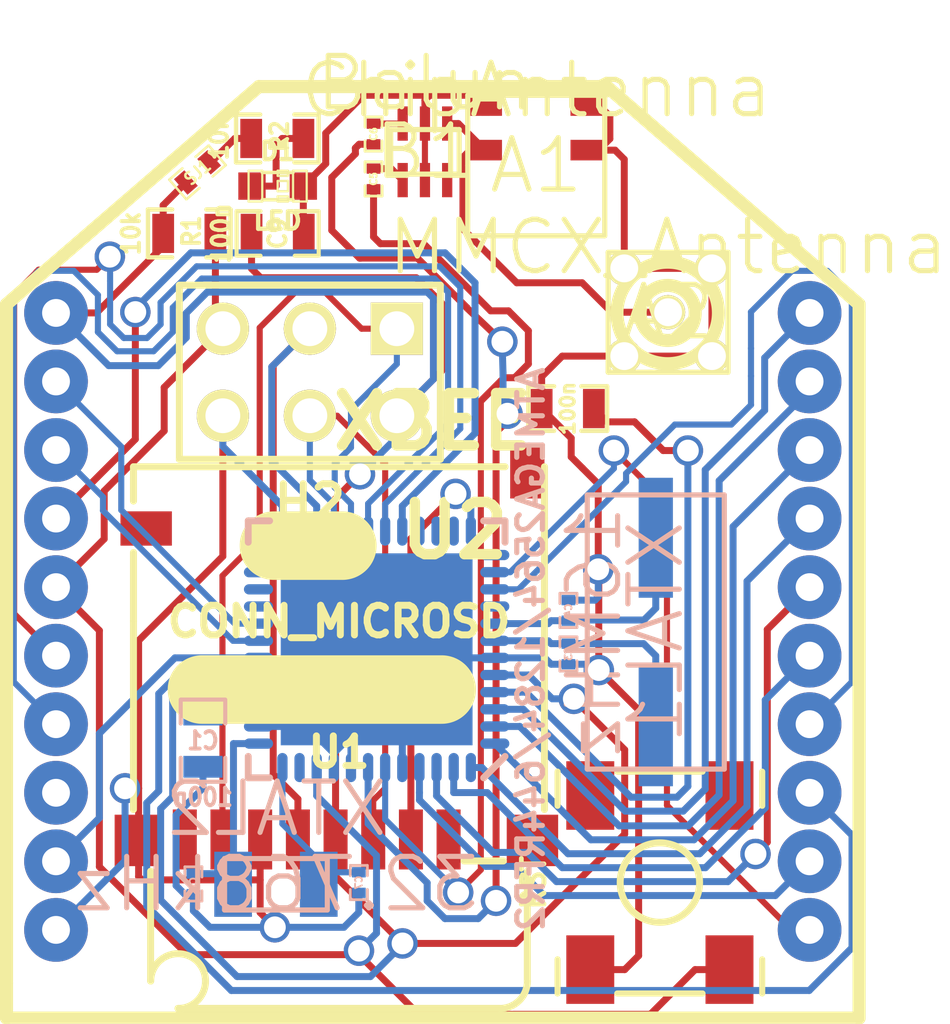
<source format=kicad_pcb>
(kicad_pcb (version 3) (host pcbnew "(2013-mar-13)-testing")

  (general
    (links 80)
    (no_connects 0)
    (area 0 0 0 0)
    (thickness 1.6)
    (drawings 0)
    (tracks 447)
    (zones 0)
    (modules 23)
    (nets 52)
  )

  (page A4)
  (layers
    (15 F.Cu signal)
    (0 B.Cu signal)
    (16 B.Adhes user hide)
    (17 F.Adhes user hide)
    (18 B.Paste user)
    (19 F.Paste user)
    (20 B.SilkS user)
    (21 F.SilkS user)
    (22 B.Mask user)
    (23 F.Mask user hide)
    (24 Dwgs.User user hide)
    (25 Cmts.User user hide)
    (26 Eco1.User user hide)
    (27 Eco2.User user hide)
    (28 Edge.Cuts user hide)
  )

  (setup
    (last_trace_width 0.2032)
    (trace_clearance 0.2032)
    (zone_clearance 0.508)
    (zone_45_only yes)
    (trace_min 0.1778)
    (segment_width 0.2)
    (edge_width 0.15)
    (via_size 0.889)
    (via_drill 0.635)
    (via_min_size 0.889)
    (via_min_drill 0.508)
    (uvia_size 0.508)
    (uvia_drill 0.127)
    (uvias_allowed yes)
    (uvia_min_size 0.508)
    (uvia_min_drill 0.127)
    (pcb_text_width 0.3)
    (pcb_text_size 1.5 1.5)
    (mod_edge_width 0.15)
    (mod_text_size 1.5 1.5)
    (mod_text_width 0.15)
    (pad_size 1 1)
    (pad_drill 0.8128)
    (pad_to_mask_clearance 0.2)
    (aux_axis_origin 0 0)
    (visible_elements FFFFEF1F)
    (pcbplotparams
      (layerselection 3178497)
      (usegerberextensions true)
      (excludeedgelayer true)
      (linewidth 0.150000)
      (plotframeref false)
      (viasonmask false)
      (mode 1)
      (useauxorigin false)
      (hpglpennumber 1)
      (hpglpenspeed 20)
      (hpglpendiameter 15)
      (hpglpenoverlay 2)
      (psnegative false)
      (psa4output false)
      (plotreference true)
      (plotvalue true)
      (plotothertext true)
      (plotinvisibletext false)
      (padsonsilk false)
      (subtractmaskfromsilk false)
      (outputformat 1)
      (mirror false)
      (drillshape 1)
      (scaleselection 1)
      (outputdirectory ""))
  )

  (net 0 "")
  (net 1 +3.3V)
  (net 2 GND)
  (net 3 MISO)
  (net 4 MOSI)
  (net 5 N-0000011)
  (net 6 N-0000012)
  (net 7 N-0000023)
  (net 8 N-0000024)
  (net 9 N-0000027)
  (net 10 N-0000033)
  (net 11 N-0000037)
  (net 12 N-0000038)
  (net 13 N-0000039)
  (net 14 N-0000040)
  (net 15 N-0000041)
  (net 16 N-0000042)
  (net 17 N-0000043)
  (net 18 N-0000044)
  (net 19 N-0000045)
  (net 20 N-0000046)
  (net 21 N-0000047)
  (net 22 N-0000048)
  (net 23 N-0000049)
  (net 24 N-0000050)
  (net 25 N-0000051)
  (net 26 N-0000052)
  (net 27 N-000006)
  (net 28 N-000007)
  (net 29 N-000008)
  (net 30 N-000009)
  (net 31 NC)
  (net 32 PB4)
  (net 33 PB5)
  (net 34 PB6)
  (net 35 PE2)
  (net 36 PE3)
  (net 37 PE4)
  (net 38 PE5)
  (net 39 PF0)
  (net 40 PF1)
  (net 41 PF2)
  (net 42 PF3-4)
  (net 43 PF5)
  (net 44 PF6)
  (net 45 PF7)
  (net 46 RX)
  (net 47 Reset)
  (net 48 SCK)
  (net 49 SCL)
  (net 50 SDA)
  (net 51 TX)

  (net_class Default "This is the default net class."
    (clearance 0.2032)
    (trace_width 0.2032)
    (via_dia 0.889)
    (via_drill 0.635)
    (uvia_dia 0.508)
    (uvia_drill 0.127)
    (add_net "")
    (add_net +3.3V)
    (add_net GND)
    (add_net N-0000011)
    (add_net N-0000012)
    (add_net N-0000023)
    (add_net N-0000024)
    (add_net N-0000027)
    (add_net N-0000033)
    (add_net N-0000037)
    (add_net N-0000038)
    (add_net N-0000039)
    (add_net N-0000040)
    (add_net N-0000041)
    (add_net N-0000042)
    (add_net N-0000043)
    (add_net N-0000044)
    (add_net N-0000045)
    (add_net N-0000046)
    (add_net N-0000047)
    (add_net N-0000048)
    (add_net N-0000049)
    (add_net N-0000051)
    (add_net N-0000052)
    (add_net N-000006)
    (add_net N-000007)
    (add_net N-000008)
    (add_net N-000009)
    (add_net NC)
    (add_net PB6)
    (add_net PE2)
    (add_net PF0)
    (add_net PF1)
    (add_net PF2)
    (add_net PF3-4)
    (add_net PF5)
    (add_net PF6)
    (add_net PF7)
    (add_net Reset)
    (add_net SCK)
    (add_net SCL)
    (add_net SDA)
  )

  (net_class uCPad ""
    (clearance 0.1778)
    (trace_width 0.1778)
    (via_dia 0.889)
    (via_drill 0.635)
    (uvia_dia 0.508)
    (uvia_drill 0.127)
    (add_net MISO)
    (add_net MOSI)
    (add_net N-0000050)
    (add_net PB4)
    (add_net PB5)
    (add_net PE3)
    (add_net PE4)
    (add_net PE5)
    (add_net RX)
    (add_net TX)
  )

  (module Switch_SMT_EVQ (layer F.Cu) (tedit 51C3E7B6) (tstamp 51C3A765)
    (at 155.22 122.03 90)
    (descr "EVQ-Q2F03W Compatible")
    (tags "Switch SMT")
    (path /51BB1BEA)
    (attr smd)
    (fp_text reference SW1 (at 0 0 90) (layer F.SilkS) hide
      (effects (font (size 0.7112 0.4572) (thickness 0.1016)))
    )
    (fp_text value RST (at 0 -3.683 90) (layer F.SilkS)
      (effects (font (size 0.6604 0.5588) (thickness 0.1397)))
    )
    (fp_line (start -2.24028 2.98704) (end -3.23596 2.98704) (layer F.SilkS) (width 0.1778))
    (fp_line (start 3.23596 2.98704) (end 2.24028 2.98704) (layer F.SilkS) (width 0.1778))
    (fp_line (start -3.23596 -2.98704) (end -2.24028 -2.98704) (layer F.SilkS) (width 0.1778))
    (fp_line (start 3.23596 -2.98704) (end 2.24028 -2.98704) (layer F.SilkS) (width 0.1778))
    (fp_line (start -3.23596 -1.2446) (end -3.23596 1.2446) (layer F.SilkS) (width 0.1778))
    (fp_line (start 3.23596 1.2446) (end 3.23596 -1.2446) (layer F.SilkS) (width 0.1778))
    (fp_circle (center 0 0) (end 1.143 0.1905) (layer F.SilkS) (width 0.2032))
    (pad "" smd rect (at 2.54 -2.032 90) (size 1.99898 1.39954)
      (layers F.Cu F.Paste F.Mask)
    )
    (pad "" smd rect (at 2.54 2.032 90) (size 1.99898 1.39954)
      (layers F.Cu F.Paste F.Mask)
    )
    (pad 1 smd rect (at -2.54 -2.032 90) (size 1.99898 1.39954)
      (layers F.Cu F.Paste F.Mask)
      (net 2 GND)
    )
    (pad 2 smd rect (at -2.54 2.032 90) (size 1.99898 1.39954)
      (layers F.Cu F.Paste F.Mask)
      (net 47 Reset)
    )
  )

  (module Memory_Card_microSD_DM3D-SF-NCPads (layer F.Cu) (tedit 51C16CE3) (tstamp 51BB2D3E)
    (at 145.85 121.4)
    (tags "Hirose DM3D-SF CONN microSD R/A Push-Pull SMD")
    (path /51BAA75F)
    (attr smd)
    (fp_text reference U1 (at 0 -3.175) (layer F.SilkS)
      (effects (font (size 0.8636 0.8636) (thickness 0.2032)))
    )
    (fp_text value CONN_MICROSD (at 0 -6.985) (layer F.SilkS)
      (effects (font (size 0.8636 0.8636) (thickness 0.2032)))
    )
    (fp_line (start -5.99948 -11.50112) (end 4.84886 -11.50112) (layer F.SilkS) (width 0.2032))
    (fp_arc (start -4.69646 3.5052) (end -5.49656 3.5052) (angle 270) (layer F.SilkS) (width 0.2032))
    (fp_line (start -5.99948 -7.00024) (end -5.99948 -8.99922) (layer F.SilkS) (width 0.2032))
    (fp_line (start 5.99948 -9.6012) (end 5.99948 -1.50114) (layer F.SilkS) (width 0.2032))
    (fp_line (start 5.4991 3.50012) (end 5.4991 0.29972) (layer F.SilkS) (width 0.2032))
    (fp_line (start -4.699 4.30022) (end 4.699 4.30022) (layer F.SilkS) (width 0.2032))
    (fp_line (start -5.4991 3.50012) (end -5.4991 0.29972) (layer F.SilkS) (width 0.2032))
    (fp_arc (start 4.70154 3.50266) (end 5.50164 3.50266) (angle 90) (layer F.SilkS) (width 0.2032))
    (fp_line (start 4.8006 0) (end 3.64998 0) (layer F.SilkS) (width 0.2032))
    (fp_line (start 5.99948 -9.99998) (end 5.99948 -9.64946) (layer F.SilkS) (width 0.2032))
    (fp_line (start 5.99948 -9.99998) (end 5.99948 -11.50112) (layer F.SilkS) (width 0.2032))
    (fp_line (start -5.99948 -10.50036) (end -5.99948 -11.50112) (layer F.SilkS) (width 0.2032))
    (fp_line (start -5.99948 -1.50114) (end -5.99948 -7.00024) (layer F.SilkS) (width 0.2032))
    (fp_line (start -1.89992 -9.19988) (end 0.09906 -9.19988) (layer F.SilkS) (width 1.99898))
    (fp_line (start 2.99974 -5.00126) (end -4.0005 -5.00126) (layer F.SilkS) (width 1.99898))
    (pad 1 smd rect (at 3.2004 -0.62738) (size 0.70104 1.75006)
      (layers F.Cu F.Paste F.Mask)
      (net 25 N-0000051)
    )
    (pad 2 smd rect (at 2.10058 -0.62738) (size 0.70104 1.75006)
      (layers F.Cu F.Paste F.Mask)
      (net 35 PE2)
    )
    (pad 3 smd rect (at 1.00076 -0.62738) (size 0.70104 1.75006)
      (layers F.Cu F.Paste F.Mask)
      (net 4 MOSI)
    )
    (pad 4 smd rect (at -0.09906 -0.62738) (size 0.70104 1.75006)
      (layers F.Cu F.Paste F.Mask)
      (net 1 +3.3V)
    )
    (pad 5 smd rect (at -1.19888 -0.62738) (size 0.70104 1.75006)
      (layers F.Cu F.Paste F.Mask)
      (net 48 SCK)
    )
    (pad 6 smd rect (at -2.30124 -0.62738) (size 0.70104 1.75006)
      (layers F.Cu F.Paste F.Mask)
      (net 2 GND)
    )
    (pad 7 smd rect (at -3.40106 -0.62738) (size 0.70104 1.75006)
      (layers F.Cu F.Paste F.Mask)
      (net 3 MISO)
    )
    (pad 8 smd rect (at -4.50088 -0.62738) (size 0.70104 1.75006)
      (layers F.Cu F.Paste F.Mask)
      (net 24 N-0000050)
    )
    (pad 10 smd rect (at 5.64896 -0.59944) (size 1.50114 1.50114)
      (layers F.Cu F.Paste F.Mask)
    )
    (pad 9 smd rect (at -5.84962 -0.59944) (size 1.39954 1.50114)
      (layers F.Cu F.Paste F.Mask)
      (net 2 GND)
    )
    (pad 10 smd rect (at -5.62864 -9.70026) (size 1.50114 1.00076)
      (layers F.Cu F.Paste F.Mask)
    )
    (pad 10 smd rect (at 5.4991 -11.35126) (size 1.00076 1.5494)
      (layers F.Cu F.Paste F.Mask)
    )
  )

  (module 0603_Opendous (layer F.Cu) (tedit 4D41427C) (tstamp 51BB2BFF)
    (at 152.53 108.2)
    (path /51BB0317)
    (attr smd)
    (fp_text reference C2 (at 0.32512 0 90) (layer F.SilkS) hide
      (effects (font (size 0.127 0.127) (thickness 0.00254)))
    )
    (fp_text value 100n (at 0 0 90) (layer F.SilkS)
      (effects (font (size 0.4064 0.4064) (thickness 0.1016)))
    )
    (fp_line (start -0.39878 -0.65024) (end -1.15062 -0.65024) (layer F.SilkS) (width 0.127))
    (fp_line (start -1.15062 -0.65024) (end -1.15062 0.65024) (layer F.SilkS) (width 0.127))
    (fp_line (start -1.15062 0.65024) (end -0.39878 0.65024) (layer F.SilkS) (width 0.127))
    (fp_line (start 1.15062 -0.65024) (end 1.15062 0.65024) (layer F.SilkS) (width 0.127))
    (fp_line (start 1.15062 -0.65024) (end 0.39878 -0.65024) (layer F.SilkS) (width 0.127))
    (fp_line (start 1.15062 0.65024) (end 0.39878 0.65024) (layer F.SilkS) (width 0.127))
    (pad 1 smd rect (at -0.762 0) (size 0.635 1.143)
      (layers F.Cu F.Paste F.Mask)
      (net 2 GND)
    )
    (pad 2 smd rect (at 0.762 0) (size 0.635 1.143)
      (layers F.Cu F.Paste F.Mask)
      (net 6 N-0000012)
    )
    (model smd/chip_cms.wrl
      (at (xyz 0 0 0))
      (scale (xyz 0.08 0.08 0.08))
      (rotate (xyz 0 0 0))
    )
  )

  (module SM0603_Resistor (layer F.Cu) (tedit 5051B21B) (tstamp 51C2E21D)
    (at 141.48 103.09)
    (path /51BB1C5E)
    (attr smd)
    (fp_text reference R1 (at 0.0635 -0.0635 90) (layer F.SilkS)
      (effects (font (size 0.50038 0.4572) (thickness 0.1143)))
    )
    (fp_text value 10k (at -1.69926 0 90) (layer F.SilkS)
      (effects (font (size 0.508 0.4572) (thickness 0.1143)))
    )
    (fp_line (start -0.50038 -0.6985) (end -1.2065 -0.6985) (layer F.SilkS) (width 0.127))
    (fp_line (start -1.2065 -0.6985) (end -1.2065 0.6985) (layer F.SilkS) (width 0.127))
    (fp_line (start -1.2065 0.6985) (end -0.50038 0.6985) (layer F.SilkS) (width 0.127))
    (fp_line (start 1.2065 -0.6985) (end 0.50038 -0.6985) (layer F.SilkS) (width 0.127))
    (fp_line (start 1.2065 -0.6985) (end 1.2065 0.6985) (layer F.SilkS) (width 0.127))
    (fp_line (start 1.2065 0.6985) (end 0.50038 0.6985) (layer F.SilkS) (width 0.127))
    (pad 1 smd rect (at -0.762 0) (size 0.635 1.143)
      (layers F.Cu F.Paste F.Mask)
      (net 1 +3.3V)
    )
    (pad 2 smd rect (at 0.762 0) (size 0.635 1.143)
      (layers F.Cu F.Paste F.Mask)
      (net 47 Reset)
    )
    (model smd\resistors\R0603.wrl
      (at (xyz 0 0 0.001))
      (scale (xyz 0.5 0.5 0.5))
      (rotate (xyz 0 0 0))
    )
  )

  (module CSM-3X (layer B.Cu) (tedit 51BEAA3B) (tstamp 51BF8445)
    (at 155.1 114.72 270)
    (path /51BB0547)
    (fp_text reference XTAL1 (at 0 0 270) (layer B.SilkS)
      (effects (font (size 1.5 1.5) (thickness 0.15)) (justify mirror))
    )
    (fp_text value 16MHz (at 0 1.8 270) (layer B.SilkS)
      (effects (font (size 1.5 1.5) (thickness 0.15)) (justify mirror))
    )
    (fp_line (start -4 2) (end 4 2) (layer B.SilkS) (width 0.15))
    (fp_line (start 4 2) (end 4 -2) (layer B.SilkS) (width 0.15))
    (fp_line (start 4 -2) (end -4 -2) (layer B.SilkS) (width 0.15))
    (fp_line (start -4 -2) (end -4 2) (layer B.SilkS) (width 0.15))
    (pad 1 smd rect (at -2.75 0 270) (size 3.5 1)
      (layers B.Cu B.Paste B.Mask)
      (net 23 N-0000049)
    )
    (pad 2 smd rect (at 2.75 0 270) (size 3.5 1)
      (layers B.Cu B.Paste B.Mask)
      (net 22 N-0000048)
    )
  )

  (module 2450AT18D0100 (layer F.Cu) (tedit 51BF0027) (tstamp 51C1B5FC)
    (at 151.61 101.11)
    (path /51BF012F)
    (fp_text reference A1 (at 0 0) (layer F.SilkS)
      (effects (font (size 1.5 1.5) (thickness 0.15)))
    )
    (fp_text value ChipAntenna (at 0 -2.2) (layer F.SilkS)
      (effects (font (size 1.5 1.5) (thickness 0.15)))
    )
    (fp_line (start -2 0) (end -2 -2.05) (layer F.SilkS) (width 0.15))
    (fp_line (start -2 -2.05) (end 2 -2.05) (layer F.SilkS) (width 0.15))
    (fp_line (start 2 -2.05) (end 2 2.05) (layer F.SilkS) (width 0.15))
    (fp_line (start 2 2.05) (end -2 2.05) (layer F.SilkS) (width 0.15))
    (fp_line (start -2 2.05) (end -2 0) (layer F.SilkS) (width 0.15))
    (pad 1 smd rect (at -1.5 -0.45) (size 1 0.6)
      (layers F.Cu F.Paste F.Mask)
      (net 10 N-0000033)
    )
    (pad 2 smd rect (at 1.5 -0.45) (size 1 0.6)
      (layers F.Cu F.Paste F.Mask)
      (net 2 GND)
    )
    (pad 2 smd rect (at 1.5 -1.75) (size 1 0.6)
      (layers F.Cu F.Paste F.Mask)
      (net 2 GND)
    )
    (pad 2 smd rect (at -1.5 -1.75) (size 1 0.6)
      (layers F.Cu F.Paste F.Mask)
      (net 2 GND)
    )
  )

  (module "Wuerth 748421245" (layer F.Cu) (tedit 51BEB766) (tstamp 51C1B60A)
    (at 148.36 100.71)
    (path /51BB20BE)
    (fp_text reference B1 (at 0 0) (layer F.SilkS)
      (effects (font (size 1.5 1.5) (thickness 0.15)))
    )
    (fp_text value Balun (at 0 -2) (layer F.SilkS)
      (effects (font (size 1.5 1.5) (thickness 0.15)))
    )
    (fp_line (start -1 -0.65) (end 1 -0.65) (layer F.SilkS) (width 0.15))
    (fp_line (start 1 -0.65) (end 1 0.65) (layer F.SilkS) (width 0.15))
    (fp_line (start 1 0.65) (end -1 0.65) (layer F.SilkS) (width 0.15))
    (fp_line (start -1 0.65) (end -1 -0.65) (layer F.SilkS) (width 0.15))
    (pad 1 smd rect (at 0.65 -0.825) (size 0.3 1)
      (layers F.Cu F.Paste F.Mask)
      (net 10 N-0000033)
    )
    (pad 2 smd rect (at 0 -0.825) (size 0.3 1)
      (layers F.Cu F.Paste F.Mask)
      (net 2 GND)
    )
    (pad 3 smd rect (at -0.65 -0.825) (size 0.3 1)
      (layers F.Cu F.Paste F.Mask)
      (net 29 N-000008)
    )
    (pad 4 smd rect (at -0.65 0.825) (size 0.3 1)
      (layers F.Cu F.Paste F.Mask)
      (net 30 N-000009)
    )
    (pad 5 smd rect (at 0 0.825) (size 0.3 1)
      (layers F.Cu F.Paste F.Mask)
      (net 2 GND)
    )
    (pad 6 smd rect (at 0.65 0.825) (size 0.3 1)
      (layers F.Cu F.Paste F.Mask)
      (net 26 N-0000052)
    )
  )

  (module SM0603_Capa (layer B.Cu) (tedit 5051B1EC) (tstamp 51C262A1)
    (at 141.88 117.89 90)
    (path /51BB02F2)
    (attr smd)
    (fp_text reference C1 (at 0 0 360) (layer B.SilkS)
      (effects (font (size 0.508 0.4572) (thickness 0.1143)) (justify mirror))
    )
    (fp_text value 100n (at -1.651 0 360) (layer B.SilkS)
      (effects (font (size 0.508 0.4572) (thickness 0.1143)) (justify mirror))
    )
    (fp_line (start 0.50038 -0.65024) (end 1.19888 -0.65024) (layer B.SilkS) (width 0.11938))
    (fp_line (start -0.50038 -0.65024) (end -1.19888 -0.65024) (layer B.SilkS) (width 0.11938))
    (fp_line (start 0.50038 0.65024) (end 1.19888 0.65024) (layer B.SilkS) (width 0.11938))
    (fp_line (start -1.19888 0.65024) (end -0.50038 0.65024) (layer B.SilkS) (width 0.11938))
    (fp_line (start 1.19888 0.635) (end 1.19888 -0.635) (layer B.SilkS) (width 0.11938))
    (fp_line (start -1.19888 -0.635) (end -1.19888 0.635) (layer B.SilkS) (width 0.11938))
    (pad 1 smd rect (at -0.762 0 90) (size 0.635 1.143)
      (layers B.Cu B.Paste B.Mask)
      (net 2 GND)
    )
    (pad 2 smd rect (at 0.762 0 90) (size 0.635 1.143)
      (layers B.Cu B.Paste B.Mask)
      (net 5 N-0000011)
    )
    (model smd\capacitors\C0603.wrl
      (at (xyz 0 0 0.001))
      (scale (xyz 0.5 0.5 0.5))
      (rotate (xyz 0 0 0))
    )
  )

  (module SM0201_r (layer B.Cu) (tedit 5141B606) (tstamp 51C1B623)
    (at 146.43 122.03 270)
    (path /51BE8D06)
    (attr smd)
    (fp_text reference C7 (at 0 0 270) (layer B.SilkS)
      (effects (font (size 0.2 0.2) (thickness 0.05)) (justify mirror))
    )
    (fp_text value 22p (at 0 0 270) (layer B.SilkS) hide
      (effects (font (size 0.2 0.2) (thickness 0.05)) (justify mirror))
    )
    (fp_line (start 0.2 0.25) (end 0.45 0.25) (layer B.SilkS) (width 0.08))
    (fp_line (start 0.45 0.25) (end 0.5 0.25) (layer B.SilkS) (width 0.08))
    (fp_line (start 0.5 0.25) (end 0.5 -0.25) (layer B.SilkS) (width 0.08))
    (fp_line (start 0.5 -0.25) (end 0.2 -0.25) (layer B.SilkS) (width 0.08))
    (fp_line (start -0.2 0.25) (end -0.5 0.25) (layer B.SilkS) (width 0.08))
    (fp_line (start -0.5 0.25) (end -0.5 -0.25) (layer B.SilkS) (width 0.08))
    (fp_line (start -0.5 -0.25) (end -0.2 -0.25) (layer B.SilkS) (width 0.08))
    (pad 1 smd rect (at -0.3 0 270) (size 0.3 0.4)
      (layers B.Cu B.Paste B.Mask)
      (net 9 N-0000027)
    )
    (pad 2 smd rect (at 0.3 0 270) (size 0.3 0.4)
      (layers B.Cu B.Paste B.Mask)
      (net 2 GND)
    )
    (model smd/resistors/R0201.wrl
      (at (xyz 0 0 0))
      (scale (xyz 0.18 0.18 0.18))
      (rotate (xyz 0 0 0))
    )
  )

  (module SM0201_r (layer B.Cu) (tedit 5141B606) (tstamp 51C1B630)
    (at 141.6 122.07 270)
    (path /51BE8D1F)
    (attr smd)
    (fp_text reference C8 (at 0 0 270) (layer B.SilkS)
      (effects (font (size 0.2 0.2) (thickness 0.05)) (justify mirror))
    )
    (fp_text value 22p (at 0 0 270) (layer B.SilkS) hide
      (effects (font (size 0.2 0.2) (thickness 0.05)) (justify mirror))
    )
    (fp_line (start 0.2 0.25) (end 0.45 0.25) (layer B.SilkS) (width 0.08))
    (fp_line (start 0.45 0.25) (end 0.5 0.25) (layer B.SilkS) (width 0.08))
    (fp_line (start 0.5 0.25) (end 0.5 -0.25) (layer B.SilkS) (width 0.08))
    (fp_line (start 0.5 -0.25) (end 0.2 -0.25) (layer B.SilkS) (width 0.08))
    (fp_line (start -0.2 0.25) (end -0.5 0.25) (layer B.SilkS) (width 0.08))
    (fp_line (start -0.5 0.25) (end -0.5 -0.25) (layer B.SilkS) (width 0.08))
    (fp_line (start -0.5 -0.25) (end -0.2 -0.25) (layer B.SilkS) (width 0.08))
    (pad 1 smd rect (at -0.3 0 270) (size 0.3 0.4)
      (layers B.Cu B.Paste B.Mask)
      (net 11 N-0000037)
    )
    (pad 2 smd rect (at 0.3 0 270) (size 0.3 0.4)
      (layers B.Cu B.Paste B.Mask)
      (net 2 GND)
    )
    (model smd/resistors/R0201.wrl
      (at (xyz 0 0 0))
      (scale (xyz 0.18 0.18 0.18))
      (rotate (xyz 0 0 0))
    )
  )

  (module pin_array_3x2 (layer F.Cu) (tedit 42931587) (tstamp 51C7DCD9)
    (at 145 107.14 180)
    (descr "Double rangee de contacts 2 x 4 pins")
    (tags CONN)
    (path /51BE9A19)
    (fp_text reference H2 (at 0 -3.81 180) (layer F.SilkS)
      (effects (font (size 1.016 1.016) (thickness 0.2032)))
    )
    (fp_text value ICSP (at 0 3.81 180) (layer F.SilkS) hide
      (effects (font (size 1.016 1.016) (thickness 0.2032)))
    )
    (fp_line (start 3.81 2.54) (end -3.81 2.54) (layer F.SilkS) (width 0.2032))
    (fp_line (start -3.81 -2.54) (end 3.81 -2.54) (layer F.SilkS) (width 0.2032))
    (fp_line (start 3.81 -2.54) (end 3.81 2.54) (layer F.SilkS) (width 0.2032))
    (fp_line (start -3.81 2.54) (end -3.81 -2.54) (layer F.SilkS) (width 0.2032))
    (pad 1 thru_hole rect (at -2.54 1.27 180) (size 1.524 1.524) (drill 1.016)
      (layers *.Cu *.Mask F.SilkS)
      (net 3 MISO)
    )
    (pad 2 thru_hole circle (at -2.54 -1.27 180) (size 1.524 1.524) (drill 1.016)
      (layers *.Cu *.Mask F.SilkS)
      (net 1 +3.3V)
    )
    (pad 3 thru_hole circle (at 0 1.27 180) (size 1.524 1.524) (drill 1.016)
      (layers *.Cu *.Mask F.SilkS)
      (net 48 SCK)
    )
    (pad 4 thru_hole circle (at 0 -1.27 180) (size 1.524 1.524) (drill 1.016)
      (layers *.Cu *.Mask F.SilkS)
      (net 4 MOSI)
    )
    (pad 5 thru_hole circle (at 2.54 1.27 180) (size 1.524 1.524) (drill 1.016)
      (layers *.Cu *.Mask F.SilkS)
      (net 47 Reset)
    )
    (pad 6 thru_hole circle (at 2.54 -1.27 180) (size 1.524 1.524) (drill 1.016)
      (layers *.Cu *.Mask F.SilkS)
      (net 2 GND)
    )
    (model pin_array/pins_array_3x2.wrl
      (at (xyz 0 0 0))
      (scale (xyz 1 1 1))
      (rotate (xyz 0 0 0))
    )
  )

  (module SM0603_Resistor (layer F.Cu) (tedit 5051B21B) (tstamp 51C2DF99)
    (at 144.05 100.32)
    (path /51BB1522)
    (attr smd)
    (fp_text reference R2 (at 0.0635 -0.0635 90) (layer F.SilkS)
      (effects (font (size 0.50038 0.4572) (thickness 0.1143)))
    )
    (fp_text value 10k (at -1.69926 0 90) (layer F.SilkS)
      (effects (font (size 0.508 0.4572) (thickness 0.1143)))
    )
    (fp_line (start -0.50038 -0.6985) (end -1.2065 -0.6985) (layer F.SilkS) (width 0.127))
    (fp_line (start -1.2065 -0.6985) (end -1.2065 0.6985) (layer F.SilkS) (width 0.127))
    (fp_line (start -1.2065 0.6985) (end -0.50038 0.6985) (layer F.SilkS) (width 0.127))
    (fp_line (start 1.2065 -0.6985) (end 0.50038 -0.6985) (layer F.SilkS) (width 0.127))
    (fp_line (start 1.2065 -0.6985) (end 1.2065 0.6985) (layer F.SilkS) (width 0.127))
    (fp_line (start 1.2065 0.6985) (end 0.50038 0.6985) (layer F.SilkS) (width 0.127))
    (pad 1 smd rect (at -0.762 0) (size 0.635 1.143)
      (layers F.Cu F.Paste F.Mask)
      (net 7 N-0000023)
    )
    (pad 2 smd rect (at 0.762 0) (size 0.635 1.143)
      (layers F.Cu F.Paste F.Mask)
      (net 8 N-0000024)
    )
    (model smd\resistors\R0603.wrl
      (at (xyz 0 0 0.001))
      (scale (xyz 0.5 0.5 0.5))
      (rotate (xyz 0 0 0))
    )
  )

  (module SM0402 (layer F.Cu) (tedit 50A4E0BA) (tstamp 51C7DEB9)
    (at 141.72 101.31 41)
    (path /51C12882)
    (attr smd)
    (fp_text reference SJ1 (at 0 0 41) (layer F.SilkS)
      (effects (font (size 0.35052 0.3048) (thickness 0.07112)))
    )
    (fp_text value SMTJPR (at 0.09906 0 41) (layer F.SilkS) hide
      (effects (font (size 0.35052 0.3048) (thickness 0.07112)))
    )
    (fp_line (start -0.254 -0.381) (end -0.762 -0.381) (layer F.SilkS) (width 0.07112))
    (fp_line (start -0.762 -0.381) (end -0.762 0.381) (layer F.SilkS) (width 0.07112))
    (fp_line (start -0.762 0.381) (end -0.254 0.381) (layer F.SilkS) (width 0.07112))
    (fp_line (start 0.254 -0.381) (end 0.762 -0.381) (layer F.SilkS) (width 0.07112))
    (fp_line (start 0.762 -0.381) (end 0.762 0.381) (layer F.SilkS) (width 0.07112))
    (fp_line (start 0.762 0.381) (end 0.254 0.381) (layer F.SilkS) (width 0.07112))
    (pad 1 smd rect (at -0.44958 0 41) (size 0.39878 0.59944)
      (layers F.Cu F.Paste F.Mask)
      (net 1 +3.3V)
    )
    (pad 2 smd rect (at 0.44958 0 41) (size 0.39878 0.59944)
      (layers F.Cu F.Paste F.Mask)
      (net 7 N-0000023)
    )
    (model smd\chip_cms.wrl
      (at (xyz 0 0 0.002))
      (scale (xyz 0.05 0.05 0.05))
      (rotate (xyz 0 0 0))
    )
  )

  (module SM0201_r (layer B.Cu) (tedit 5141B606) (tstamp 51BB2C13)
    (at 152.55 114.09 90)
    (path /51BB05DD)
    (attr smd)
    (fp_text reference C4 (at 0 0 90) (layer B.SilkS)
      (effects (font (size 0.2 0.2) (thickness 0.05)) (justify mirror))
    )
    (fp_text value 39p (at 0 0 90) (layer B.SilkS) hide
      (effects (font (size 0.2 0.2) (thickness 0.05)) (justify mirror))
    )
    (fp_line (start 0.2 0.25) (end 0.45 0.25) (layer B.SilkS) (width 0.08))
    (fp_line (start 0.45 0.25) (end 0.5 0.25) (layer B.SilkS) (width 0.08))
    (fp_line (start 0.5 0.25) (end 0.5 -0.25) (layer B.SilkS) (width 0.08))
    (fp_line (start 0.5 -0.25) (end 0.2 -0.25) (layer B.SilkS) (width 0.08))
    (fp_line (start -0.2 0.25) (end -0.5 0.25) (layer B.SilkS) (width 0.08))
    (fp_line (start -0.5 0.25) (end -0.5 -0.25) (layer B.SilkS) (width 0.08))
    (fp_line (start -0.5 -0.25) (end -0.2 -0.25) (layer B.SilkS) (width 0.08))
    (pad 1 smd rect (at -0.3 0 90) (size 0.3 0.4)
      (layers B.Cu B.Paste B.Mask)
      (net 23 N-0000049)
    )
    (pad 2 smd rect (at 0.3 0 90) (size 0.3 0.4)
      (layers B.Cu B.Paste B.Mask)
      (net 2 GND)
    )
    (model smd/resistors/R0201.wrl
      (at (xyz 0 0 0))
      (scale (xyz 0.18 0.18 0.18))
      (rotate (xyz 0 0 0))
    )
  )

  (module SM0201_r (layer B.Cu) (tedit 5141B606) (tstamp 51BB2C09)
    (at 152.55 115.36 270)
    (path /51BB05D0)
    (attr smd)
    (fp_text reference C3 (at 0 0 270) (layer B.SilkS)
      (effects (font (size 0.2 0.2) (thickness 0.05)) (justify mirror))
    )
    (fp_text value 39p (at 0 0 270) (layer B.SilkS) hide
      (effects (font (size 0.2 0.2) (thickness 0.05)) (justify mirror))
    )
    (fp_line (start 0.2 0.25) (end 0.45 0.25) (layer B.SilkS) (width 0.08))
    (fp_line (start 0.45 0.25) (end 0.5 0.25) (layer B.SilkS) (width 0.08))
    (fp_line (start 0.5 0.25) (end 0.5 -0.25) (layer B.SilkS) (width 0.08))
    (fp_line (start 0.5 -0.25) (end 0.2 -0.25) (layer B.SilkS) (width 0.08))
    (fp_line (start -0.2 0.25) (end -0.5 0.25) (layer B.SilkS) (width 0.08))
    (fp_line (start -0.5 0.25) (end -0.5 -0.25) (layer B.SilkS) (width 0.08))
    (fp_line (start -0.5 -0.25) (end -0.2 -0.25) (layer B.SilkS) (width 0.08))
    (pad 1 smd rect (at -0.3 0 270) (size 0.3 0.4)
      (layers B.Cu B.Paste B.Mask)
      (net 22 N-0000048)
    )
    (pad 2 smd rect (at 0.3 0 270) (size 0.3 0.4)
      (layers B.Cu B.Paste B.Mask)
      (net 2 GND)
    )
    (model smd/resistors/R0201.wrl
      (at (xyz 0 0 0))
      (scale (xyz 0.18 0.18 0.18))
      (rotate (xyz 0 0 0))
    )
  )

  (module SM0201_r (layer F.Cu) (tedit 5141B606) (tstamp 51BB2C23)
    (at 146.86 100.19 270)
    (path /51BB0A79)
    (attr smd)
    (fp_text reference C6 (at 0 0 270) (layer F.SilkS)
      (effects (font (size 0.2 0.2) (thickness 0.05)))
    )
    (fp_text value 22p (at 0 0 270) (layer F.SilkS) hide
      (effects (font (size 0.2 0.2) (thickness 0.05)))
    )
    (fp_line (start 0.2 -0.25) (end 0.45 -0.25) (layer F.SilkS) (width 0.08))
    (fp_line (start 0.45 -0.25) (end 0.5 -0.25) (layer F.SilkS) (width 0.08))
    (fp_line (start 0.5 -0.25) (end 0.5 0.25) (layer F.SilkS) (width 0.08))
    (fp_line (start 0.5 0.25) (end 0.2 0.25) (layer F.SilkS) (width 0.08))
    (fp_line (start -0.2 -0.25) (end -0.5 -0.25) (layer F.SilkS) (width 0.08))
    (fp_line (start -0.5 -0.25) (end -0.5 0.25) (layer F.SilkS) (width 0.08))
    (fp_line (start -0.5 0.25) (end -0.2 0.25) (layer F.SilkS) (width 0.08))
    (pad 1 smd rect (at -0.3 0 270) (size 0.3 0.4)
      (layers F.Cu F.Paste F.Mask)
      (net 29 N-000008)
    )
    (pad 2 smd rect (at 0.3 0 270) (size 0.3 0.4)
      (layers F.Cu F.Paste F.Mask)
      (net 27 N-000006)
    )
    (model smd/resistors/R0201.wrl
      (at (xyz 0 0 0))
      (scale (xyz 0.18 0.18 0.18))
      (rotate (xyz 0 0 0))
    )
  )

  (module SM0201_r (layer F.Cu) (tedit 5141B606) (tstamp 51BB2C1B)
    (at 146.86 101.5 270)
    (path /51BB0A6C)
    (attr smd)
    (fp_text reference C5 (at 0 0 270) (layer F.SilkS)
      (effects (font (size 0.2 0.2) (thickness 0.05)))
    )
    (fp_text value 22p (at 0 0 270) (layer F.SilkS) hide
      (effects (font (size 0.2 0.2) (thickness 0.05)))
    )
    (fp_line (start 0.2 -0.25) (end 0.45 -0.25) (layer F.SilkS) (width 0.08))
    (fp_line (start 0.45 -0.25) (end 0.5 -0.25) (layer F.SilkS) (width 0.08))
    (fp_line (start 0.5 -0.25) (end 0.5 0.25) (layer F.SilkS) (width 0.08))
    (fp_line (start 0.5 0.25) (end 0.2 0.25) (layer F.SilkS) (width 0.08))
    (fp_line (start -0.2 -0.25) (end -0.5 -0.25) (layer F.SilkS) (width 0.08))
    (fp_line (start -0.5 -0.25) (end -0.5 0.25) (layer F.SilkS) (width 0.08))
    (fp_line (start -0.5 0.25) (end -0.2 0.25) (layer F.SilkS) (width 0.08))
    (pad 1 smd rect (at -0.3 0 270) (size 0.3 0.4)
      (layers F.Cu F.Paste F.Mask)
      (net 30 N-000009)
    )
    (pad 2 smd rect (at 0.3 0 270) (size 0.3 0.4)
      (layers F.Cu F.Paste F.Mask)
      (net 28 N-000007)
    )
    (model smd/resistors/R0201.wrl
      (at (xyz 0 0 0))
      (scale (xyz 0.18 0.18 0.18))
      (rotate (xyz 0 0 0))
    )
  )

  (module QFN50P700X700-49N-MeshThingWPad (layer B.Cu) (tedit 51C150E8) (tstamp 51C2E1AE)
    (at 146.95 115.225 90)
    (path /51BB00C4)
    (attr smd)
    (fp_text reference IC1 (at 0 -4.7498 90) (layer B.SilkS) hide
      (effects (font (size 0.7493 0.7493) (thickness 0.14986)) (justify mirror))
    )
    (fp_text value ATMEGA2564/1284/644RFR2 (at 0 4.50088 90) (layer B.SilkS)
      (effects (font (size 0.7493 0.7493) (thickness 0.14986)) (justify mirror))
    )
    (fp_line (start -3.1242 -3.74904) (end -3.74904 -3.74904) (layer B.SilkS) (width 0.20066))
    (fp_line (start -3.74904 -3.74904) (end -3.74904 -3.1242) (layer B.SilkS) (width 0.20066))
    (fp_line (start 3.74904 -3.1242) (end 3.74904 -3.74904) (layer B.SilkS) (width 0.20066))
    (fp_line (start 3.74904 -3.74904) (end 3.1242 -3.74904) (layer B.SilkS) (width 0.20066))
    (fp_line (start 3.1242 3.74904) (end 3.74904 3.74904) (layer B.SilkS) (width 0.20066))
    (fp_line (start 3.74904 3.74904) (end 3.74904 3.1242) (layer B.SilkS) (width 0.20066))
    (fp_line (start -3.74904 3.1242) (end -3.1242 3.74904) (layer B.SilkS) (width 0.20066))
    (pad 1 smd oval (at -3.44932 2.75082 90) (size 0.8509 0.29972)
      (layers B.Cu B.Paste B.Mask)
      (net 42 PF3-4)
    )
    (pad 2 smd oval (at -3.44932 2.25044 90) (size 0.8509 0.29972)
      (layers B.Cu B.Paste B.Mask)
      (net 43 PF5)
    )
    (pad 3 smd oval (at -3.44932 1.75006 90) (size 0.8509 0.29972)
      (layers B.Cu B.Paste B.Mask)
      (net 44 PF6)
    )
    (pad 4 smd oval (at -3.44932 1.24968 90) (size 0.8509 0.29972)
      (layers B.Cu B.Paste B.Mask)
      (net 45 PF7)
    )
    (pad 5 smd oval (at -3.44932 0.7493 90) (size 0.8509 0.29972)
      (layers B.Cu B.Paste B.Mask)
      (net 2 GND)
    )
    (pad 6 smd oval (at -3.44932 0.24892 90) (size 0.8509 0.29972)
      (layers B.Cu B.Paste B.Mask)
      (net 28 N-000007)
    )
    (pad 7 smd oval (at -3.44932 -0.24892 90) (size 0.8509 0.29972)
      (layers B.Cu B.Paste B.Mask)
      (net 27 N-000006)
    )
    (pad 8 smd oval (at -3.44932 -0.7493 90) (size 0.8509 0.29972)
      (layers B.Cu B.Paste B.Mask)
      (net 2 GND)
    )
    (pad 9 smd oval (at -3.44932 -1.24968 90) (size 0.8509 0.29972)
      (layers B.Cu B.Paste B.Mask)
      (net 2 GND)
    )
    (pad 10 smd oval (at -3.44932 -1.75006 90) (size 0.8509 0.29972)
      (layers B.Cu B.Paste B.Mask)
      (net 47 Reset)
    )
    (pad 11 smd oval (at -3.44932 -2.25044 90) (size 0.8509 0.29972)
      (layers B.Cu B.Paste B.Mask)
      (net 20 N-0000046)
    )
    (pad 12 smd oval (at -3.44932 -2.75082 90) (size 0.8509 0.29972)
      (layers B.Cu B.Paste B.Mask)
      (net 9 N-0000027)
    )
    (pad 25 smd oval (at 3.44932 -2.75082 90) (size 0.8509 0.29972)
      (layers B.Cu B.Paste B.Mask)
      (net 2 GND)
    )
    (pad 26 smd oval (at 3.44932 -2.25044 90) (size 0.8509 0.29972)
      (layers B.Cu B.Paste B.Mask)
      (net 13 N-0000039)
    )
    (pad 27 smd oval (at 3.44932 -1.75006 90) (size 0.8509 0.29972)
      (layers B.Cu B.Paste B.Mask)
      (net 48 SCK)
    )
    (pad 28 smd oval (at 3.44932 -1.24968 90) (size 0.8509 0.29972)
      (layers B.Cu B.Paste B.Mask)
      (net 4 MOSI)
    )
    (pad 29 smd oval (at 3.44932 -0.7493 90) (size 0.8509 0.29972)
      (layers B.Cu B.Paste B.Mask)
      (net 3 MISO)
    )
    (pad 30 smd oval (at 3.44932 -0.24892 90) (size 0.8509 0.29972)
      (layers B.Cu B.Paste B.Mask)
      (net 32 PB4)
    )
    (pad 31 smd oval (at 3.44932 0.24892 90) (size 0.8509 0.29972)
      (layers B.Cu B.Paste B.Mask)
      (net 33 PB5)
    )
    (pad 32 smd oval (at 3.44932 0.7493 90) (size 0.8509 0.29972)
      (layers B.Cu B.Paste B.Mask)
      (net 34 PB6)
    )
    (pad 33 smd oval (at 3.44932 1.24968 90) (size 0.8509 0.29972)
      (layers B.Cu B.Paste B.Mask)
      (net 12 N-0000038)
    )
    (pad 34 smd oval (at 3.44932 1.75006 90) (size 0.8509 0.29972)
      (layers B.Cu B.Paste B.Mask)
      (net 15 N-0000041)
    )
    (pad 35 smd oval (at 3.44932 2.25044 90) (size 0.8509 0.29972)
      (layers B.Cu B.Paste B.Mask)
      (net 14 N-0000040)
    )
    (pad 36 smd oval (at 3.44932 2.75082 90) (size 0.8509 0.29972)
      (layers B.Cu B.Paste B.Mask)
      (net 35 PE2)
    )
    (pad 13 smd oval (at -2.75082 -3.44932 90) (size 0.29972 0.8509)
      (layers B.Cu B.Paste B.Mask)
      (net 11 N-0000037)
    )
    (pad 14 smd oval (at -2.25044 -3.44932 90) (size 0.29972 0.8509)
      (layers B.Cu B.Paste B.Mask)
      (net 2 GND)
    )
    (pad 15 smd oval (at -1.75006 -3.44932 90) (size 0.29972 0.8509)
      (layers B.Cu B.Paste B.Mask)
      (net 5 N-0000011)
    )
    (pad 16 smd oval (at -1.24968 -3.44932 90) (size 0.29972 0.8509)
      (layers B.Cu B.Paste B.Mask)
      (net 1 +3.3V)
    )
    (pad 17 smd oval (at -0.7493 -3.44932 90) (size 0.29972 0.8509)
      (layers B.Cu B.Paste B.Mask)
      (net 49 SCL)
    )
    (pad 18 smd oval (at -0.24892 -3.44932 90) (size 0.29972 0.8509)
      (layers B.Cu B.Paste B.Mask)
      (net 50 SDA)
    )
    (pad 19 smd oval (at 0.24892 -3.44932 90) (size 0.29972 0.8509)
      (layers B.Cu B.Paste B.Mask)
      (net 46 RX)
    )
    (pad 20 smd oval (at 0.7493 -3.44932 90) (size 0.29972 0.8509)
      (layers B.Cu B.Paste B.Mask)
      (net 51 TX)
    )
    (pad 21 smd oval (at 1.24968 -3.44932 90) (size 0.29972 0.8509)
      (layers B.Cu B.Paste B.Mask)
      (net 19 N-0000045)
    )
    (pad 22 smd oval (at 1.75006 -3.44932 90) (size 0.29972 0.8509)
      (layers B.Cu B.Paste B.Mask)
      (net 18 N-0000044)
    )
    (pad 23 smd oval (at 2.25044 -3.44932 90) (size 0.29972 0.8509)
      (layers B.Cu B.Paste B.Mask)
      (net 17 N-0000043)
    )
    (pad 24 smd oval (at 2.75082 -3.44932 90) (size 0.29972 0.8509)
      (layers B.Cu B.Paste B.Mask)
      (net 16 N-0000042)
    )
    (pad 37 smd oval (at 2.75082 3.44932 90) (size 0.29972 0.8509)
      (layers B.Cu B.Paste B.Mask)
      (net 36 PE3)
    )
    (pad 38 smd oval (at 2.25044 3.44932 90) (size 0.29972 0.8509)
      (layers B.Cu B.Paste B.Mask)
      (net 37 PE4)
    )
    (pad 39 smd oval (at 1.75006 3.44932 90) (size 0.29972 0.8509)
      (layers B.Cu B.Paste B.Mask)
      (net 38 PE5)
    )
    (pad 40 smd oval (at 1.24968 3.44932 90) (size 0.29972 0.8509)
      (layers B.Cu B.Paste B.Mask)
      (net 21 N-0000047)
    )
    (pad 41 smd oval (at 0.7493 3.44932 90) (size 0.29972 0.8509)
      (layers B.Cu B.Paste B.Mask)
      (net 23 N-0000049)
    )
    (pad 42 smd oval (at 0.24892 3.44932 90) (size 0.29972 0.8509)
      (layers B.Cu B.Paste B.Mask)
      (net 22 N-0000048)
    )
    (pad 43 smd oval (at -0.24892 3.44932 90) (size 0.29972 0.8509)
      (layers B.Cu B.Paste B.Mask)
      (net 2 GND)
    )
    (pad 44 smd oval (at -0.7493 3.44932 90) (size 0.29972 0.8509)
      (layers B.Cu B.Paste B.Mask)
      (net 1 +3.3V)
    )
    (pad 45 smd oval (at -1.24968 3.44932 90) (size 0.29972 0.8509)
      (layers B.Cu B.Paste B.Mask)
      (net 6 N-0000012)
    )
    (pad 46 smd oval (at -1.75006 3.44932 90) (size 0.29972 0.8509)
      (layers B.Cu B.Paste B.Mask)
      (net 39 PF0)
    )
    (pad 47 smd oval (at -2.25044 3.44932 90) (size 0.29972 0.8509)
      (layers B.Cu B.Paste B.Mask)
      (net 40 PF1)
    )
    (pad 48 smd oval (at -2.75082 3.44932 90) (size 0.29972 0.8509)
      (layers B.Cu B.Paste B.Mask)
      (net 41 PF2)
    )
    (pad 49 smd rect (at 0 0 90) (size 5.6 5.6)
      (layers B.Cu B.Paste B.Mask)
      (net 2 GND)
    )
    (model QFN50P700X700-49N.wrl
      (at (xyz 0 0 0))
      (scale (xyz 1 1 1))
      (rotate (xyz 0 0 0))
    )
  )

  (module LED-0603 (layer F.Cu) (tedit 4E16AFB4) (tstamp 51C2DFB6)
    (at 144.06 101.71)
    (descr "LED 0603 smd package")
    (tags "LED led 0603 SMD smd SMT smt smdled SMDLED smtled SMTLED")
    (path /51BB1536)
    (attr smd)
    (fp_text reference D1 (at 0 -1.016) (layer F.SilkS)
      (effects (font (size 0.508 0.508) (thickness 0.127)))
    )
    (fp_text value LED (at 0 1.016) (layer F.SilkS)
      (effects (font (size 0.508 0.508) (thickness 0.127)))
    )
    (fp_line (start 0.44958 -0.44958) (end 0.44958 0.44958) (layer F.SilkS) (width 0.06604))
    (fp_line (start 0.44958 0.44958) (end 0.84836 0.44958) (layer F.SilkS) (width 0.06604))
    (fp_line (start 0.84836 -0.44958) (end 0.84836 0.44958) (layer F.SilkS) (width 0.06604))
    (fp_line (start 0.44958 -0.44958) (end 0.84836 -0.44958) (layer F.SilkS) (width 0.06604))
    (fp_line (start -0.84836 -0.44958) (end -0.84836 0.44958) (layer F.SilkS) (width 0.06604))
    (fp_line (start -0.84836 0.44958) (end -0.44958 0.44958) (layer F.SilkS) (width 0.06604))
    (fp_line (start -0.44958 -0.44958) (end -0.44958 0.44958) (layer F.SilkS) (width 0.06604))
    (fp_line (start -0.84836 -0.44958) (end -0.44958 -0.44958) (layer F.SilkS) (width 0.06604))
    (fp_line (start 0 -0.44958) (end 0 -0.29972) (layer F.SilkS) (width 0.06604))
    (fp_line (start 0 -0.29972) (end 0.29972 -0.29972) (layer F.SilkS) (width 0.06604))
    (fp_line (start 0.29972 -0.44958) (end 0.29972 -0.29972) (layer F.SilkS) (width 0.06604))
    (fp_line (start 0 -0.44958) (end 0.29972 -0.44958) (layer F.SilkS) (width 0.06604))
    (fp_line (start 0 0.29972) (end 0 0.44958) (layer F.SilkS) (width 0.06604))
    (fp_line (start 0 0.44958) (end 0.29972 0.44958) (layer F.SilkS) (width 0.06604))
    (fp_line (start 0.29972 0.29972) (end 0.29972 0.44958) (layer F.SilkS) (width 0.06604))
    (fp_line (start 0 0.29972) (end 0.29972 0.29972) (layer F.SilkS) (width 0.06604))
    (fp_line (start 0 -0.14986) (end 0 0.14986) (layer F.SilkS) (width 0.06604))
    (fp_line (start 0 0.14986) (end 0.29972 0.14986) (layer F.SilkS) (width 0.06604))
    (fp_line (start 0.29972 -0.14986) (end 0.29972 0.14986) (layer F.SilkS) (width 0.06604))
    (fp_line (start 0 -0.14986) (end 0.29972 -0.14986) (layer F.SilkS) (width 0.06604))
    (fp_line (start 0.44958 -0.39878) (end -0.44958 -0.39878) (layer F.SilkS) (width 0.1016))
    (fp_line (start 0.44958 0.39878) (end -0.44958 0.39878) (layer F.SilkS) (width 0.1016))
    (pad 1 smd rect (at -0.7493 0) (size 0.79756 0.79756)
      (layers F.Cu F.Paste F.Mask)
      (net 8 N-0000024)
    )
    (pad 2 smd rect (at 0.7493 0) (size 0.79756 0.79756)
      (layers F.Cu F.Paste F.Mask)
      (net 2 GND)
    )
  )

  (module SM0603_Capa (layer F.Cu) (tedit 5051B1EC) (tstamp 51C3A3DF)
    (at 144.06 103.09)
    (path /51C2F773)
    (attr smd)
    (fp_text reference C9 (at 0 0 90) (layer F.SilkS)
      (effects (font (size 0.508 0.4572) (thickness 0.1143)))
    )
    (fp_text value 100n (at -1.651 0 90) (layer F.SilkS)
      (effects (font (size 0.508 0.4572) (thickness 0.1143)))
    )
    (fp_line (start 0.50038 0.65024) (end 1.19888 0.65024) (layer F.SilkS) (width 0.11938))
    (fp_line (start -0.50038 0.65024) (end -1.19888 0.65024) (layer F.SilkS) (width 0.11938))
    (fp_line (start 0.50038 -0.65024) (end 1.19888 -0.65024) (layer F.SilkS) (width 0.11938))
    (fp_line (start -1.19888 -0.65024) (end -0.50038 -0.65024) (layer F.SilkS) (width 0.11938))
    (fp_line (start 1.19888 -0.635) (end 1.19888 0.635) (layer F.SilkS) (width 0.11938))
    (fp_line (start -1.19888 0.635) (end -1.19888 -0.635) (layer F.SilkS) (width 0.11938))
    (pad 1 smd rect (at -0.762 0) (size 0.635 1.143)
      (layers F.Cu F.Paste F.Mask)
      (net 1 +3.3V)
    )
    (pad 2 smd rect (at 0.762 0) (size 0.635 1.143)
      (layers F.Cu F.Paste F.Mask)
      (net 2 GND)
    )
    (model smd\capacitors\C0603.wrl
      (at (xyz 0 0 0.001))
      (scale (xyz 0.5 0.5 0.5))
      (rotate (xyz 0 0 0))
    )
  )

  (module CM315-Crystal (layer B.Cu) (tedit 51C39C04) (tstamp 51C3A3E9)
    (at 144.01 122.08 180)
    (path /51BE8BFD)
    (fp_text reference XTAL2 (at 0 2.2 180) (layer B.SilkS)
      (effects (font (size 1.5 1.5) (thickness 0.15)) (justify mirror))
    )
    (fp_text value 32.768kHz (at 0 0 180) (layer B.SilkS)
      (effects (font (size 1.5 1.5) (thickness 0.15)) (justify mirror))
    )
    (fp_line (start 1.5 -0.75) (end 1.5 0.75) (layer B.SilkS) (width 0.15))
    (fp_line (start 1.5 0.75) (end -1.5 0.75) (layer B.SilkS) (width 0.15))
    (fp_line (start -1.5 0.75) (end -1.5 -0.75) (layer B.SilkS) (width 0.15))
    (fp_line (start -1.5 -0.75) (end 1.5 -0.75) (layer B.SilkS) (width 0.15))
    (pad 1 smd rect (at 1.25 0 180) (size 1.1 1.9)
      (layers B.Cu B.Paste B.Mask)
      (net 11 N-0000037)
    )
    (pad 2 smd rect (at -1.25 0 180) (size 1.1 1.9)
      (layers B.Cu B.Paste B.Mask)
      (net 9 N-0000027)
    )
  )

  (module XBee-AuxAntenna (layer F.Cu) (tedit 51C7EC13) (tstamp 51C06545)
    (at 148.59 105.41)
    (path /51BAD430)
    (fp_text reference U2 (at 0.635 6.35) (layer F.SilkS)
      (effects (font (thickness 0.3048)))
    )
    (fp_text value XBEE (at 0 3.175) (layer F.SilkS)
      (effects (font (thickness 0.3048)))
    )
    (fp_line (start -12.446 19.558) (end -12.446 20.574) (layer F.SilkS) (width 0.381))
    (fp_line (start 12.446 19.558) (end 12.446 20.574) (layer F.SilkS) (width 0.381))
    (fp_circle (center 6.858 0) (end 7.62 0.254) (layer F.SilkS) (width 0.381))
    (fp_circle (center 6.858 0) (end 8.128 0.762) (layer F.SilkS) (width 0.381))
    (fp_line (start -12.446 19.558) (end -12.446 -0.254) (layer F.SilkS) (width 0.381))
    (fp_line (start 12.446 0) (end 12.446 -0.254) (layer F.SilkS) (width 0.381))
    (fp_line (start 12.446 19.558) (end 12.446 0) (layer F.SilkS) (width 0.381))
    (fp_line (start -12.446 20.574) (end 12.446 20.574) (layer F.SilkS) (width 0.381))
    (fp_line (start 12.446 -0.254) (end 5.08 -6.604) (layer F.SilkS) (width 0.381))
    (fp_line (start -12.446 -0.254) (end -5.08 -6.604) (layer F.SilkS) (width 0.381))
    (fp_line (start -5.08 -6.604) (end 5.08 -6.604) (layer F.SilkS) (width 0.381))
    (pad 20 thru_hole circle (at 11.00074 0) (size 1.85928 1.85928) (drill 0.8128)
      (layers *.Cu)
      (net 39 PF0)
    )
    (pad 16 thru_hole circle (at 11.00074 8.001) (size 1.85928 1.85928) (drill 0.8128)
      (layers *.Cu)
      (net 44 PF6)
    )
    (pad 14 thru_hole circle (at 11.00074 11.99896) (size 1.85928 1.85928) (drill 0.8128)
      (layers *.Cu)
      (net 38 PE5)
    )
    (pad 15 thru_hole circle (at 11.00074 9.99998) (size 1.85928 1.85928) (drill 0.8128)
      (layers *.Cu)
      (net 43 PF5)
    )
    (pad 18 thru_hole circle (at 11.00074 4.0005) (size 1.85928 1.85928) (drill 0.8128)
      (layers *.Cu)
      (net 41 PF2)
    )
    (pad 17 thru_hole circle (at 11.00074 5.99948) (size 1.85928 1.85928) (drill 0.8128)
      (layers *.Cu)
      (net 42 PF3-4)
    )
    (pad 19 thru_hole circle (at 11.00074 1.99898) (size 1.85928 1.85928) (drill 0.8128)
      (layers *.Cu)
      (net 40 PF1)
    )
    (pad 12 thru_hole circle (at 11.00074 15.99946) (size 1.85928 1.85928) (drill 0.8128)
      (layers *.Cu)
      (net 45 PF7)
    )
    (pad 11 thru_hole circle (at 11.00074 18.00098) (size 1.85928 1.85928) (drill 0.8128)
      (layers *.Cu)
      (net 37 PE4)
    )
    (pad 13 thru_hole circle (at 11.00074 14.00048) (size 1.85928 1.85928) (drill 0.8128)
      (layers *.Cu)
      (net 49 SCL)
    )
    (pad 8 thru_hole circle (at -11.00074 14.00048) (size 1.85928 1.85928) (drill 0.8128)
      (layers *.Cu)
      (net 31 NC)
    )
    (pad 10 thru_hole circle (at -11.00074 18.00098) (size 1.85928 1.85928) (drill 0.8128)
      (layers *.Cu)
      (net 2 GND)
    )
    (pad 9 thru_hole circle (at -11.00074 15.99946) (size 1.85928 1.85928) (drill 0.8128)
      (layers *.Cu)
      (net 50 SDA)
    )
    (pad 2 thru_hole circle (at -11.00074 1.99898) (size 1.85928 1.85928) (drill 0.8128)
      (layers *.Cu)
      (net 51 TX)
    )
    (pad 4 thru_hole circle (at -11.00074 5.99948) (size 1.85928 1.85928) (drill 0.8128)
      (layers *.Cu)
      (net 34 PB6)
    )
    (pad 3 thru_hole circle (at -11.00074 4.0005) (size 1.85928 1.85928) (drill 0.8128)
      (layers *.Cu)
      (net 46 RX)
    )
    (pad 6 thru_hole circle (at -11.00074 9.99998) (size 1.85928 1.85928) (drill 0.8128)
      (layers *.Cu)
      (net 33 PB5)
    )
    (pad 7 thru_hole circle (at -11.00074 11.99896) (size 1.85928 1.85928) (drill 0.8128)
      (layers *.Cu)
      (net 32 PB4)
    )
    (pad 5 thru_hole circle (at -11.00074 8.001) (size 1.85928 1.85928) (drill 0.8128)
      (layers *.Cu)
      (net 47 Reset)
    )
    (pad 1 thru_hole circle (at -11.00074 0) (size 1.85928 1.85928) (drill 0.8128)
      (layers *.Cu)
      (net 1 +3.3V)
    )
    (model Radio/Xbee.wrl
      (at (xyz 0 0 -0.1))
      (scale (xyz 1 1 1))
      (rotate (xyz 270 0 0))
    )
  )

  (module MMCX-Molex (layer F.Cu) (tedit 51C8034E) (tstamp 51C958E0)
    (at 155.46 105.39)
    (path /51C8190D)
    (fp_text reference A2 (at 0 0) (layer F.SilkS)
      (effects (font (size 1.5 1.5) (thickness 0.15)))
    )
    (fp_text value MMCX_Antenna (at 0 -1.9) (layer F.SilkS)
      (effects (font (size 1.5 1.5) (thickness 0.15)))
    )
    (fp_line (start -1.75 -1.75) (end -1.75 1.75) (layer F.SilkS) (width 0.15))
    (fp_line (start -1.75 1.75) (end 1.75 1.75) (layer F.SilkS) (width 0.15))
    (fp_line (start 1.75 1.75) (end 1.75 -1.75) (layer F.SilkS) (width 0.15))
    (fp_line (start 1.75 -1.75) (end -1.75 -1.75) (layer F.SilkS) (width 0.15))
    (pad 1 thru_hole circle (at 0 0) (size 1 1) (drill 0.8128)
      (layers *.Cu *.Mask F.SilkS)
      (net 10 N-0000033)
    )
    (pad 2 thru_hole circle (at 1.28 1.28) (size 1 1) (drill 0.8128)
      (layers *.Cu *.Mask F.SilkS)
      (net 2 GND)
    )
    (pad 2 thru_hole circle (at 1.28 -1.28) (size 1 1) (drill 0.8128)
      (layers *.Cu *.Mask F.SilkS)
      (net 2 GND)
    )
    (pad 2 thru_hole circle (at -1.28 -1.28) (size 1 1) (drill 0.8128)
      (layers *.Cu *.Mask F.SilkS)
      (net 2 GND)
    )
    (pad 2 thru_hole circle (at -1.28 1.28) (size 1 1) (drill 0.8128)
      (layers *.Cu *.Mask F.SilkS)
      (net 2 GND)
    )
  )

  (segment (start 143.298 103.09) (end 143.298 104.118) (width 0.2032) (layer F.Cu) (net 1))
  (segment (start 148.85 107.1) (end 147.54 108.41) (width 0.2032) (layer F.Cu) (net 1) (tstamp 51C7E9E5))
  (segment (start 148.85 105.126378) (end 148.85 107.1) (width 0.2032) (layer F.Cu) (net 1) (tstamp 51C7E9E3))
  (segment (start 148.106811 104.383189) (end 148.85 105.126378) (width 0.2032) (layer F.Cu) (net 1) (tstamp 51C7E9DF))
  (segment (start 143.563189 104.383189) (end 148.106811 104.383189) (width 0.2032) (layer F.Cu) (net 1) (tstamp 51C7E9D6))
  (segment (start 143.298 104.118) (end 143.563189 104.383189) (width 0.2032) (layer F.Cu) (net 1) (tstamp 51C7E9D5))
  (segment (start 140.718 103.09) (end 140.718 102.267649) (width 0.2032) (layer F.Cu) (net 1))
  (segment (start 140.718 102.267649) (end 141.380698 101.604951) (width 0.2032) (layer F.Cu) (net 1) (tstamp 51C7E9C5))
  (segment (start 137.58926 105.41) (end 138.77 105.41) (width 0.2032) (layer F.Cu) (net 1))
  (segment (start 140.718 103.462) (end 140.718 103.09) (width 0.2032) (layer F.Cu) (net 1) (tstamp 51C7E8D6))
  (segment (start 138.77 105.41) (end 140.718 103.462) (width 0.2032) (layer F.Cu) (net 1) (tstamp 51C7E8D3))
  (via (at 146.4629 110.117) (size 0.889) (layers F.Cu B.Cu) (net 1))
  (via (at 147.7056 123.8057) (size 0.889) (layers F.Cu B.Cu) (net 1))
  (via (at 152.7058 116.6694) (size 0.889) (layers F.Cu B.Cu) (net 1))
  (segment (start 145.7509 110.829) (end 146.4629 110.117) (width 0.2032) (layer F.Cu) (net 1))
  (segment (start 145.7509 120.7726) (end 145.7509 110.829) (width 0.2032) (layer F.Cu) (net 1))
  (segment (start 147.54 109.0399) (end 146.4629 110.117) (width 0.2032) (layer B.Cu) (net 1))
  (segment (start 147.54 108.41) (end 147.54 109.0399) (width 0.2032) (layer B.Cu) (net 1))
  (segment (start 145.7509 120.7726) (end 145.7509 121.851) (width 0.2032) (layer F.Cu) (net 1))
  (segment (start 145.7509 121.851) (end 147.7056 123.8057) (width 0.2032) (layer F.Cu) (net 1))
  (segment (start 147.7056 123.8378) (end 147.7056 123.8057) (width 0.2032) (layer B.Cu) (net 1))
  (segment (start 146.7707 124.7727) (end 147.7056 123.8378) (width 0.2032) (layer B.Cu) (net 1))
  (segment (start 142.8753 124.7727) (end 146.7707 124.7727) (width 0.2032) (layer B.Cu) (net 1))
  (segment (start 140.6436 122.541) (end 142.8753 124.7727) (width 0.2032) (layer B.Cu) (net 1))
  (segment (start 140.6436 119.8769) (end 140.6436 122.541) (width 0.2032) (layer B.Cu) (net 1))
  (segment (start 140.9947 119.5258) (end 140.6436 119.8769) (width 0.2032) (layer B.Cu) (net 1))
  (segment (start 140.9947 116.6898) (end 140.9947 119.5258) (width 0.2032) (layer B.Cu) (net 1))
  (segment (start 141.2098 116.4747) (end 140.9947 116.6898) (width 0.2032) (layer B.Cu) (net 1))
  (segment (start 143.5007 116.4747) (end 141.2098 116.4747) (width 0.2032) (layer B.Cu) (net 1))
  (segment (start 152.08 116.6694) (end 152.7058 116.6694) (width 0.2032) (layer B.Cu) (net 1))
  (segment (start 151.3849 115.9743) (end 152.08 116.6694) (width 0.2032) (layer B.Cu) (net 1))
  (segment (start 150.3993 115.9743) (end 151.3849 115.9743) (width 0.2032) (layer B.Cu) (net 1))
  (segment (start 151.0031 123.8057) (end 147.7056 123.8057) (width 0.2032) (layer F.Cu) (net 1))
  (segment (start 154.1929 120.6159) (end 151.0031 123.8057) (width 0.2032) (layer F.Cu) (net 1))
  (segment (start 154.1929 118.1565) (end 154.1929 120.6159) (width 0.2032) (layer F.Cu) (net 1))
  (segment (start 152.7058 116.6694) (end 154.1929 118.1565) (width 0.2032) (layer F.Cu) (net 1))
  (segment (start 148.6072 107.3428) (end 147.54 108.41) (width 0.2032) (layer B.Cu) (net 1))
  (segment (start 148.6072 104.9812) (end 148.6072 107.3428) (width 0.2032) (layer B.Cu) (net 1))
  (segment (start 148.4276 104.8016) (end 148.6072 104.9812) (width 0.2032) (layer B.Cu) (net 1))
  (segment (start 142.0061 104.8016) (end 148.4276 104.8016) (width 0.2032) (layer B.Cu) (net 1))
  (segment (start 141.3919 105.4158) (end 142.0061 104.8016) (width 0.2032) (layer B.Cu) (net 1))
  (segment (start 141.3919 106.1319) (end 141.3919 105.4158) (width 0.2032) (layer B.Cu) (net 1))
  (segment (start 140.5754 106.9484) (end 141.3919 106.1319) (width 0.2032) (layer B.Cu) (net 1))
  (segment (start 139.1277 106.9484) (end 140.5754 106.9484) (width 0.2032) (layer B.Cu) (net 1))
  (segment (start 137.5893 105.41) (end 139.1277 106.9484) (width 0.2032) (layer B.Cu) (net 1))
  (segment (start 151.768 108.2) (end 151.768 107.272) (width 0.2032) (layer F.Cu) (net 2) (status 400000))
  (segment (start 152.37 106.67) (end 154.18 106.67) (width 0.2032) (layer F.Cu) (net 2) (tstamp 51C95A40) (status 800000))
  (segment (start 151.768 107.272) (end 152.37 106.67) (width 0.2032) (layer F.Cu) (net 2) (tstamp 51C95A3F))
  (segment (start 151.768 108.2) (end 152.63 109.062) (width 0.2032) (layer F.Cu) (net 2))
  (segment (start 152.63 109.062) (end 152.63 109.61) (width 0.2032) (layer F.Cu) (net 2) (tstamp 51C9599D))
  (segment (start 153.42 112.89) (end 153.42 110.4) (width 0.2032) (layer F.Cu) (net 2))
  (segment (start 152.55 113.79) (end 153.3267 113.79) (width 0.2032) (layer B.Cu) (net 2))
  (segment (start 153.3267 113.79) (end 153.42 113.6967) (width 0.2032) (layer B.Cu) (net 2) (tstamp 51C95946))
  (segment (start 153.42 113.6967) (end 153.42 112.89) (width 0.2032) (layer B.Cu) (net 2) (tstamp 51C95947))
  (segment (start 153.42 112.89) (end 153.4358 112.9058) (width 0.2032) (layer F.Cu) (net 2))
  (segment (start 153.4358 113.6809) (end 153.4358 115.8303) (width 0.2032) (layer F.Cu) (net 2))
  (segment (start 153.4358 112.9058) (end 153.4358 113.6809) (width 0.2032) (layer F.Cu) (net 2) (tstamp 51C9593E))
  (via (at 153.42 112.89) (size 0.889) (layers F.Cu B.Cu) (net 2))
  (segment (start 156.74 106.67) (end 154.18 106.67) (width 0.2032) (layer F.Cu) (net 2))
  (segment (start 156.74 104.11) (end 156.74 106.67) (width 0.2032) (layer F.Cu) (net 2))
  (segment (start 153.11 100.66) (end 153.91 100.66) (width 0.2032) (layer F.Cu) (net 2))
  (segment (start 154.18 100.93) (end 154.18 104.11) (width 0.2032) (layer F.Cu) (net 2) (tstamp 51C9590A))
  (segment (start 153.91 100.66) (end 154.18 100.93) (width 0.2032) (layer F.Cu) (net 2) (tstamp 51C95909))
  (segment (start 154.18 104.11) (end 156.74 104.11) (width 0.2032) (layer F.Cu) (net 2) (tstamp 51C9590B))
  (segment (start 153.11 99.36) (end 153.45 99.36) (width 0.2032) (layer F.Cu) (net 2))
  (segment (start 153.43 100.66) (end 153.11 100.66) (width 0.2032) (layer F.Cu) (net 2) (tstamp 51C8D9F9))
  (segment (start 153.76 100.33) (end 153.43 100.66) (width 0.2032) (layer F.Cu) (net 2) (tstamp 51C8D9F8))
  (segment (start 153.76 99.67) (end 153.76 100.33) (width 0.2032) (layer F.Cu) (net 2) (tstamp 51C8D9F7))
  (segment (start 153.45 99.36) (end 153.76 99.67) (width 0.2032) (layer F.Cu) (net 2) (tstamp 51C8D9F6))
  (segment (start 150.11 99.36) (end 150.11 99.25) (width 0.2032) (layer F.Cu) (net 2))
  (segment (start 152.76 99.01) (end 153.11 99.36) (width 0.2032) (layer F.Cu) (net 2) (tstamp 51C8D9F3))
  (segment (start 150.35 99.01) (end 152.76 99.01) (width 0.2032) (layer F.Cu) (net 2) (tstamp 51C8D9F2))
  (segment (start 150.11 99.25) (end 150.35 99.01) (width 0.2032) (layer F.Cu) (net 2) (tstamp 51C8D9F1))
  (segment (start 144.8093 101.71) (end 144.8093 103.0773) (width 0.2032) (layer F.Cu) (net 2))
  (segment (start 144.8093 103.0773) (end 144.822 103.09) (width 0.2032) (layer F.Cu) (net 2) (tstamp 51C7EA6F))
  (segment (start 148.5 99.06) (end 146.57 99.06) (width 0.2032) (layer F.Cu) (net 2))
  (segment (start 145.463598 101.055702) (end 144.8093 101.71) (width 0.2032) (layer F.Cu) (net 2) (tstamp 51C7EA6C))
  (segment (start 145.463598 100.166402) (end 145.463598 101.055702) (width 0.2032) (layer F.Cu) (net 2) (tstamp 51C7EA6A))
  (segment (start 146.57 99.06) (end 145.463598 100.166402) (width 0.2032) (layer F.Cu) (net 2) (tstamp 51C7EA67))
  (via (at 143.979 123.3352) (size 0.889) (layers F.Cu B.Cu) (net 2))
  (via (at 139.6046 119.2804) (size 0.889) (layers F.Cu B.Cu) (net 2))
  (via (at 153.4358 115.8303) (size 0.889) (layers F.Cu B.Cu) (net 2))
  (segment (start 153.4358 115.8303) (end 153.2254 115.8303) (width 0.2032) (layer B.Cu) (net 2))
  (segment (start 153.2254 115.8303) (end 153.0551 115.66) (width 0.2032) (layer B.Cu) (net 2))
  (segment (start 152.55 115.66) (end 153.0551 115.66) (width 0.2032) (layer B.Cu) (net 2))
  (segment (start 141.88 118.652) (end 141.88 119.2746) (width 0.2032) (layer B.Cu) (net 2))
  (segment (start 141.6 122.37) (end 141.3475 122.37) (width 0.2032) (layer B.Cu) (net 2))
  (segment (start 141.0949 120.0597) (end 141.88 119.2746) (width 0.2032) (layer B.Cu) (net 2))
  (segment (start 141.0949 122.1174) (end 141.0949 120.0597) (width 0.2032) (layer B.Cu) (net 2))
  (segment (start 141.3475 122.37) (end 141.0949 122.1174) (width 0.2032) (layer B.Cu) (net 2))
  (segment (start 152.55 115.66) (end 152.0449 115.66) (width 0.2032) (layer B.Cu) (net 2))
  (segment (start 151.8588 115.4739) (end 150.3993 115.4739) (width 0.2032) (layer B.Cu) (net 2))
  (segment (start 152.0449 115.66) (end 151.8588 115.4739) (width 0.2032) (layer B.Cu) (net 2))
  (segment (start 140.0004 120.8006) (end 140.0004 121.8563) (width 0.2032) (layer F.Cu) (net 2))
  (segment (start 143.5488 120.7726) (end 143.5488 121.9527) (width 0.2032) (layer F.Cu) (net 2))
  (segment (start 145.7003 118.6743) (end 145.7003 118.309) (width 0.2032) (layer B.Cu) (net 2))
  (segment (start 146.2007 118.6743) (end 146.2007 117.9437) (width 0.2032) (layer B.Cu) (net 2))
  (segment (start 144.92 117.4754) (end 143.5007 117.4754) (width 0.2032) (layer B.Cu) (net 2))
  (segment (start 145.7003 118.2557) (end 144.92 117.4754) (width 0.2032) (layer B.Cu) (net 2))
  (segment (start 145.7003 118.309) (end 145.7003 118.2557) (width 0.2032) (layer B.Cu) (net 2))
  (segment (start 146.0123 117.9437) (end 146.2007 117.9437) (width 0.2032) (layer B.Cu) (net 2))
  (segment (start 145.7003 118.2557) (end 146.0123 117.9437) (width 0.2032) (layer B.Cu) (net 2))
  (segment (start 150.3993 115.4739) (end 147.1989 115.4739) (width 0.2032) (layer B.Cu) (net 2))
  (segment (start 147.1989 115.4739) (end 146.95 115.225) (width 0.2032) (layer B.Cu) (net 2))
  (segment (start 147.6993 118.6743) (end 147.6993 117.9437) (width 0.2032) (layer B.Cu) (net 2))
  (segment (start 146.95 117.1944) (end 147.6993 117.9437) (width 0.2032) (layer B.Cu) (net 2))
  (segment (start 146.2007 117.9437) (end 146.95 117.1944) (width 0.2032) (layer B.Cu) (net 2))
  (segment (start 147.1989 116.9455) (end 147.1989 115.4739) (width 0.2032) (layer B.Cu) (net 2))
  (segment (start 146.95 117.1944) (end 147.1989 116.9455) (width 0.2032) (layer B.Cu) (net 2))
  (segment (start 144.1992 112.2239) (end 144.1992 111.7757) (width 0.2032) (layer B.Cu) (net 2))
  (segment (start 146.95 114.9747) (end 144.1992 112.2239) (width 0.2032) (layer B.Cu) (net 2))
  (segment (start 146.95 115.225) (end 146.95 114.9747) (width 0.2032) (layer B.Cu) (net 2))
  (segment (start 142.46 109.3059) (end 142.46 108.41) (width 0.2032) (layer B.Cu) (net 2))
  (segment (start 144.1992 111.0451) (end 142.46 109.3059) (width 0.2032) (layer B.Cu) (net 2))
  (segment (start 144.1992 111.7757) (end 144.1992 111.0451) (width 0.2032) (layer B.Cu) (net 2))
  (segment (start 145.9954 123.3352) (end 143.979 123.3352) (width 0.2032) (layer B.Cu) (net 2))
  (segment (start 146.43 122.9006) (end 145.9954 123.3352) (width 0.2032) (layer B.Cu) (net 2))
  (segment (start 146.43 122.33) (end 146.43 122.9006) (width 0.2032) (layer B.Cu) (net 2))
  (segment (start 140.0968 121.9527) (end 143.5488 121.9527) (width 0.2032) (layer F.Cu) (net 2))
  (segment (start 140.0004 121.8563) (end 140.0968 121.9527) (width 0.2032) (layer F.Cu) (net 2))
  (segment (start 143.5488 122.905) (end 143.979 123.3352) (width 0.2032) (layer F.Cu) (net 2))
  (segment (start 143.5488 121.9527) (end 143.5488 122.905) (width 0.2032) (layer F.Cu) (net 2))
  (segment (start 141.6 122.8529) (end 141.6 122.37) (width 0.2032) (layer B.Cu) (net 2))
  (segment (start 142.0823 123.3352) (end 141.6 122.8529) (width 0.2032) (layer B.Cu) (net 2))
  (segment (start 143.979 123.3352) (end 142.0823 123.3352) (width 0.2032) (layer B.Cu) (net 2))
  (segment (start 139.6046 121.3957) (end 137.5893 123.411) (width 0.2032) (layer B.Cu) (net 2))
  (segment (start 139.6046 119.2804) (end 139.6046 121.3957) (width 0.2032) (layer B.Cu) (net 2))
  (segment (start 140.0004 119.2804) (end 139.6046 119.2804) (width 0.2032) (layer F.Cu) (net 2))
  (segment (start 140.0004 114.9701) (end 140.0004 119.2804) (width 0.2032) (layer F.Cu) (net 2))
  (segment (start 142.46 112.5105) (end 140.0004 114.9701) (width 0.2032) (layer F.Cu) (net 2))
  (segment (start 142.46 108.41) (end 142.46 112.5105) (width 0.2032) (layer F.Cu) (net 2))
  (segment (start 140.0004 119.2804) (end 140.0004 120.8006) (width 0.2032) (layer F.Cu) (net 2))
  (segment (start 149.81 99.06) (end 150.11 99.36) (width 0.2032) (layer F.Cu) (net 2))
  (segment (start 148.5 99.06) (end 149.81 99.06) (width 0.2032) (layer F.Cu) (net 2))
  (segment (start 148.36 99.2) (end 148.5 99.06) (width 0.2032) (layer F.Cu) (net 2))
  (segment (start 148.36 99.885) (end 148.36 99.2) (width 0.2032) (layer F.Cu) (net 2))
  (segment (start 148.36 101.535) (end 148.36 99.885) (width 0.1778) (layer F.Cu) (net 2))
  (segment (start 153.188 124.57) (end 154.1929 124.57) (width 0.2032) (layer F.Cu) (net 2))
  (segment (start 154.1929 124.57) (end 154.5996 124.1633) (width 0.2032) (layer F.Cu) (net 2))
  (segment (start 154.5996 124.1633) (end 154.5996 116.9941) (width 0.2032) (layer F.Cu) (net 2))
  (segment (start 154.5996 116.9941) (end 153.4358 115.8303) (width 0.2032) (layer F.Cu) (net 2))
  (segment (start 153.42 110.4) (end 152.96 109.94) (width 0.2032) (layer F.Cu) (net 2) (tstamp 51C9594B))
  (segment (start 152.96 109.94) (end 152.63 109.61) (width 0.2032) (layer F.Cu) (net 2))
  (segment (start 147.54 105.87) (end 147.54 106.899) (width 0.1778) (layer B.Cu) (net 3))
  (segment (start 146.2007 110.9777) (end 146.2007 111.7757) (width 0.1778) (layer B.Cu) (net 3))
  (segment (start 145.726 110.503) (end 146.2007 110.9777) (width 0.1778) (layer B.Cu) (net 3))
  (segment (start 145.726 109.8118) (end 145.726 110.503) (width 0.1778) (layer B.Cu) (net 3))
  (segment (start 146.2007 109.3371) (end 145.726 109.8118) (width 0.1778) (layer B.Cu) (net 3))
  (segment (start 146.2007 108.2383) (end 146.2007 109.3371) (width 0.1778) (layer B.Cu) (net 3))
  (segment (start 147.54 106.899) (end 146.2007 108.2383) (width 0.1778) (layer B.Cu) (net 3))
  (segment (start 142.4489 113.079) (end 142.4489 120.7726) (width 0.1778) (layer F.Cu) (net 3))
  (segment (start 143.5362 111.9917) (end 142.4489 113.079) (width 0.1778) (layer F.Cu) (net 3))
  (segment (start 143.5362 105.841) (end 143.5362 111.9917) (width 0.1778) (layer F.Cu) (net 3))
  (segment (start 144.5617 104.8155) (end 143.5362 105.841) (width 0.1778) (layer F.Cu) (net 3))
  (segment (start 145.4565 104.8155) (end 144.5617 104.8155) (width 0.1778) (layer F.Cu) (net 3))
  (segment (start 146.511 105.87) (end 145.4565 104.8155) (width 0.1778) (layer F.Cu) (net 3))
  (segment (start 147.54 105.87) (end 146.511 105.87) (width 0.1778) (layer F.Cu) (net 3))
  (segment (start 146.8508 120.7726) (end 146.8508 119.6306) (width 0.1778) (layer F.Cu) (net 4))
  (segment (start 145.7981 108.41) (end 145 108.41) (width 0.1778) (layer F.Cu) (net 4))
  (segment (start 147.1998 109.8117) (end 145.7981 108.41) (width 0.1778) (layer F.Cu) (net 4))
  (segment (start 147.1998 119.2816) (end 147.1998 109.8117) (width 0.1778) (layer F.Cu) (net 4))
  (segment (start 146.8508 119.6306) (end 147.1998 119.2816) (width 0.1778) (layer F.Cu) (net 4))
  (segment (start 145 110.2878) (end 145 108.41) (width 0.1778) (layer B.Cu) (net 4))
  (segment (start 145.7003 110.9881) (end 145 110.2878) (width 0.1778) (layer B.Cu) (net 4))
  (segment (start 145.7003 111.7757) (end 145.7003 110.9881) (width 0.1778) (layer B.Cu) (net 4))
  (segment (start 142.7701 117.1145) (end 142.7566 117.128) (width 0.2032) (layer B.Cu) (net 5))
  (segment (start 142.7701 116.9751) (end 142.7701 117.1145) (width 0.2032) (layer B.Cu) (net 5))
  (segment (start 141.88 117.128) (end 142.7566 117.128) (width 0.2032) (layer B.Cu) (net 5))
  (segment (start 143.5007 116.9751) (end 142.7701 116.9751) (width 0.2032) (layer B.Cu) (net 5))
  (segment (start 153.292 108.2) (end 153.681 108.589) (width 0.2032) (layer F.Cu) (net 6))
  (segment (start 153.681 108.589) (end 154.481 108.589) (width 0.2032) (layer F.Cu) (net 6) (tstamp 51C95998))
  (segment (start 154.481 108.589) (end 155.3177 109.4257) (width 0.2032) (layer F.Cu) (net 6) (tstamp 51C95999))
  (segment (start 156.0375 119.2229) (end 156.0375 109.4257) (width 0.2032) (layer B.Cu) (net 6))
  (segment (start 155.7211 119.5393) (end 156.0375 119.2229) (width 0.2032) (layer B.Cu) (net 6))
  (via (at 156.0375 109.4257) (size 0.889) (layers F.Cu B.Cu) (net 6))
  (segment (start 155.3177 109.4257) (end 154.481 108.589) (width 0.2032) (layer F.Cu) (net 6) (tstamp 51C7EB37))
  (segment (start 156.0375 109.4257) (end 155.3177 109.4257) (width 0.2032) (layer F.Cu) (net 6))
  (segment (start 150.3993 116.4747) (end 151.1299 116.4747) (width 0.2032) (layer B.Cu) (net 6))
  (segment (start 154.3746 119.5393) (end 155.7211 119.5393) (width 0.2032) (layer B.Cu) (net 6))
  (segment (start 151.31 116.4747) (end 154.3746 119.5393) (width 0.2032) (layer B.Cu) (net 6))
  (segment (start 151.1299 116.4747) (end 151.31 116.4747) (width 0.2032) (layer B.Cu) (net 6))
  (segment (start 142.059302 101.015049) (end 142.114951 101.015049) (width 0.2032) (layer F.Cu) (net 7))
  (segment (start 142.81 100.32) (end 143.288 100.32) (width 0.2032) (layer F.Cu) (net 7) (tstamp 51C7E9CB))
  (segment (start 142.114951 101.015049) (end 142.81 100.32) (width 0.2032) (layer F.Cu) (net 7) (tstamp 51C7E9C8))
  (segment (start 144.0146 100.4948) (end 144.1894 100.32) (width 0.2032) (layer F.Cu) (net 8))
  (segment (start 144.0146 101.71) (end 144.0146 100.4948) (width 0.2032) (layer F.Cu) (net 8))
  (segment (start 143.3107 101.71) (end 144.0146 101.71) (width 0.2032) (layer F.Cu) (net 8))
  (segment (start 144.812 100.32) (end 144.1894 100.32) (width 0.2032) (layer F.Cu) (net 8))
  (segment (start 144.1992 120.3192) (end 145.61 121.73) (width 0.1778) (layer B.Cu) (net 9))
  (segment (start 144.1992 118.6743) (end 144.1992 120.3192) (width 0.1778) (layer B.Cu) (net 9))
  (segment (start 145.26 122.08) (end 145.61 121.73) (width 0.1778) (layer B.Cu) (net 9))
  (segment (start 145.61 121.73) (end 146.43 121.73) (width 0.1778) (layer B.Cu) (net 9))
  (segment (start 149.47 102.96) (end 151.04 104.53) (width 0.2032) (layer F.Cu) (net 10))
  (segment (start 151.04 104.53) (end 152.95 104.53) (width 0.2032) (layer F.Cu) (net 10) (tstamp 51C95956))
  (segment (start 152.95 104.53) (end 153.81 105.39) (width 0.2032) (layer F.Cu) (net 10) (tstamp 51C9595A))
  (segment (start 153.81 105.39) (end 155.46 105.39) (width 0.2032) (layer F.Cu) (net 10) (tstamp 51C95954))
  (segment (start 150.11 100.66) (end 149.68 100.66) (width 0.2032) (layer F.Cu) (net 10))
  (segment (start 149.68 100.66) (end 149.47 100.87) (width 0.2032) (layer F.Cu) (net 10) (tstamp 51C89FFB))
  (segment (start 149.47 100.87) (end 149.47 102.96) (width 0.2032) (layer F.Cu) (net 10) (tstamp 51C89FFC))
  (segment (start 149.335 99.885) (end 149.01 99.885) (width 0.2032) (layer F.Cu) (net 10))
  (segment (start 150.11 100.66) (end 149.335 99.885) (width 0.2032) (layer F.Cu) (net 10))
  (segment (start 142.7701 121.4499) (end 142.45 121.77) (width 0.2032) (layer B.Cu) (net 11))
  (segment (start 142.7701 117.9758) (end 142.7701 121.4499) (width 0.2032) (layer B.Cu) (net 11))
  (segment (start 142.76 122.08) (end 142.45 121.77) (width 0.2032) (layer B.Cu) (net 11))
  (segment (start 142.45 121.77) (end 141.6 121.77) (width 0.2032) (layer B.Cu) (net 11))
  (segment (start 143.5007 117.9758) (end 142.7701 117.9758) (width 0.2032) (layer B.Cu) (net 11))
  (segment (start 152.55 115.06) (end 153.0551 115.06) (width 0.2032) (layer B.Cu) (net 22))
  (segment (start 155.1 117.47) (end 155.1 115.4149) (width 0.2032) (layer B.Cu) (net 22))
  (segment (start 154.7451 115.06) (end 153.0551 115.06) (width 0.2032) (layer B.Cu) (net 22))
  (segment (start 155.1 115.4149) (end 154.7451 115.06) (width 0.2032) (layer B.Cu) (net 22))
  (segment (start 151.961 114.9761) (end 152.0449 115.06) (width 0.2032) (layer B.Cu) (net 22))
  (segment (start 150.3993 114.9761) (end 151.961 114.9761) (width 0.2032) (layer B.Cu) (net 22))
  (segment (start 152.55 115.06) (end 152.0449 115.06) (width 0.2032) (layer B.Cu) (net 22))
  (segment (start 152.55 114.39) (end 152.57 114.37) (width 0.2032) (layer B.Cu) (net 23))
  (segment (start 152.57 114.37) (end 154.7551 114.37) (width 0.2032) (layer B.Cu) (net 23) (tstamp 51C95941))
  (segment (start 155.1 111.97) (end 155.1 114.0251) (width 0.2032) (layer B.Cu) (net 23))
  (segment (start 151.9592 114.4757) (end 152.0449 114.39) (width 0.2032) (layer B.Cu) (net 23))
  (segment (start 150.3993 114.4757) (end 151.9592 114.4757) (width 0.2032) (layer B.Cu) (net 23))
  (segment (start 152.55 114.39) (end 152.0449 114.39) (width 0.2032) (layer B.Cu) (net 23))
  (segment (start 154.7551 114.37) (end 155.1 114.0251) (width 0.2032) (layer B.Cu) (net 23) (tstamp 51C95944))
  (segment (start 146.33 100.6) (end 146.33 100.76702) (width 0.2032) (layer F.Cu) (net 27))
  (segment (start 146.33 100.76702) (end 145.64 101.45702) (width 0.2032) (layer F.Cu) (net 27) (tstamp 51C95A3C))
  (segment (start 146.49 103.81) (end 146.45 103.81) (width 0.2032) (layer F.Cu) (net 27))
  (segment (start 146.45 103.81) (end 145.64 103) (width 0.2032) (layer F.Cu) (net 27) (tstamp 51C95A39))
  (segment (start 145.64 101.45702) (end 145.64 103) (width 0.2032) (layer F.Cu) (net 27) (tstamp 51C95A24))
  (segment (start 150.62 106.25) (end 150.61 106.24) (width 0.2032) (layer F.Cu) (net 27))
  (segment (start 148.14 103.81) (end 146.49 103.81) (width 0.2032) (layer F.Cu) (net 27) (tstamp 51C9597B))
  (segment (start 149.59 105.26) (end 148.14 103.81) (width 0.2032) (layer F.Cu) (net 27) (tstamp 51C9597A))
  (segment (start 149.59 105.27) (end 149.59 105.26) (width 0.2032) (layer F.Cu) (net 27) (tstamp 51C95978))
  (segment (start 150.61 106.24) (end 149.59 105.27) (width 0.2032) (layer F.Cu) (net 27) (tstamp 51C95977))
  (segment (start 150.64 107.16) (end 150.62 106.46) (width 0.2032) (layer B.Cu) (net 27))
  (via (at 150.62 106.25) (size 0.889) (layers F.Cu B.Cu) (net 27))
  (segment (start 150.62 106.46) (end 150.62 106.25) (width 0.2032) (layer B.Cu) (net 27) (tstamp 51C9596D))
  (segment (start 150.64 107.16) (end 150.64 108.22) (width 0.2032) (layer B.Cu) (net 27) (tstamp 51C9596B))
  (segment (start 150.64 108.22) (end 150.77 108.35) (width 0.2032) (layer B.Cu) (net 27) (tstamp 51C8D9E4))
  (segment (start 146.86 100.49) (end 146.44 100.49) (width 0.2032) (layer F.Cu) (net 27))
  (segment (start 146.44 100.49) (end 146.33 100.6) (width 0.2032) (layer F.Cu) (net 27) (tstamp 51C7EAE2))
  (segment (start 146.44 100.49) (end 146.33 100.6) (width 0.2032) (layer F.Cu) (net 27) (tstamp 51C7EAD3))
  (segment (start 150.77 108.35) (end 150.77 108.56) (width 0.2032) (layer F.Cu) (net 27))
  (segment (start 150.4368 122.5611) (end 150.4368 108.8932) (width 0.2032) (layer F.Cu) (net 27))
  (segment (start 146.7011 118.6743) (end 146.7011 120.3132) (width 0.2032) (layer B.Cu) (net 27))
  (segment (start 146.7011 120.3132) (end 148.4255 122.0376) (width 0.2032) (layer B.Cu) (net 27))
  (segment (start 148.4255 122.0376) (end 148.4255 122.5633) (width 0.2032) (layer B.Cu) (net 27))
  (segment (start 148.4255 122.5633) (end 148.9439 123.0817) (width 0.2032) (layer B.Cu) (net 27))
  (segment (start 148.9439 123.0817) (end 149.9162 123.0817) (width 0.2032) (layer B.Cu) (net 27))
  (segment (start 149.9162 123.0817) (end 150.4368 122.5611) (width 0.2032) (layer B.Cu) (net 27))
  (via (at 150.4368 122.5611) (size 0.889) (layers F.Cu B.Cu) (net 27))
  (via (at 150.77 108.35) (size 0.889) (layers F.Cu B.Cu) (net 27))
  (segment (start 150.77 108.56) (end 150.4368 108.8932) (width 0.2032) (layer F.Cu) (net 27) (tstamp 51C7EAB9))
  (segment (start 148.32 103.39) (end 147.06 103.39) (width 0.2032) (layer F.Cu) (net 28))
  (segment (start 149.992 107.98) (end 149.992 121.6573) (width 0.1778) (layer F.Cu) (net 28) (tstamp 51C959CC))
  (segment (start 149.992 121.6573) (end 149.3305 122.3188) (width 0.1778) (layer F.Cu) (net 28))
  (segment (start 147.1989 118.6743) (end 147.1989 120.1872) (width 0.1778) (layer B.Cu) (net 28))
  (segment (start 147.1989 120.1872) (end 149.3305 122.3188) (width 0.1778) (layer B.Cu) (net 28))
  (via (at 149.3305 122.3188) (size 0.889) (layers F.Cu B.Cu) (net 28))
  (segment (start 149.992 107.98) (end 150.576 107.396) (width 0.2032) (layer F.Cu) (net 28))
  (segment (start 150.576 107.396) (end 150.671 107.301) (width 0.2032) (layer F.Cu) (net 28))
  (segment (start 151.38 106.9) (end 151.38 105.93) (width 0.2032) (layer F.Cu) (net 28) (tstamp 51C95A09))
  (segment (start 151.38 105.93) (end 150.8 105.35) (width 0.2032) (layer F.Cu) (net 28) (tstamp 51C95A0A))
  (segment (start 150.8 105.35) (end 150.28 105.35) (width 0.2032) (layer F.Cu) (net 28) (tstamp 51C95A0B))
  (segment (start 150.28 105.35) (end 148.32 103.39) (width 0.2032) (layer F.Cu) (net 28) (tstamp 51C95A0C))
  (segment (start 150.979 107.301) (end 151.38 106.9) (width 0.2032) (layer F.Cu) (net 28) (tstamp 51C95A13))
  (segment (start 150.671 107.301) (end 150.979 107.301) (width 0.2032) (layer F.Cu) (net 28))
  (segment (start 146.86 103.19) (end 146.86 101.8) (width 0.2032) (layer F.Cu) (net 28) (tstamp 51C95A34) (status 800000))
  (segment (start 147.06 103.39) (end 146.86 103.19) (width 0.2032) (layer F.Cu) (net 28) (tstamp 51C95A33))
  (segment (start 146.865 99.885) (end 147.71 99.885) (width 0.1778) (layer F.Cu) (net 29))
  (segment (start 146.86 99.89) (end 146.865 99.885) (width 0.1778) (layer F.Cu) (net 29))
  (segment (start 146.86 101.2) (end 147.375 101.2) (width 0.2032) (layer F.Cu) (net 30) (status 400000))
  (segment (start 147.375 101.2) (end 147.71 101.535) (width 0.2032) (layer F.Cu) (net 30) (tstamp 51C95A2B) (status 800000))
  (segment (start 146.7011 110.9756) (end 146.7011 111.7757) (width 0.1778) (layer B.Cu) (net 32))
  (segment (start 149.0359 108.6408) (end 146.7011 110.9756) (width 0.1778) (layer B.Cu) (net 32))
  (segment (start 149.0359 104.8038) (end 149.0359 108.6408) (width 0.1778) (layer B.Cu) (net 32))
  (segment (start 148.6397 104.4076) (end 149.0359 104.8038) (width 0.1778) (layer B.Cu) (net 32))
  (segment (start 141.843 104.4076) (end 148.6397 104.4076) (width 0.1778) (layer B.Cu) (net 32))
  (segment (start 140.9979 105.2527) (end 141.843 104.4076) (width 0.1778) (layer B.Cu) (net 32))
  (segment (start 140.9979 105.9687) (end 140.9979 105.2527) (width 0.1778) (layer B.Cu) (net 32))
  (segment (start 140.4378 106.5288) (end 140.9979 105.9687) (width 0.1778) (layer B.Cu) (net 32))
  (segment (start 139.3725 106.5288) (end 140.4378 106.5288) (width 0.1778) (layer B.Cu) (net 32))
  (segment (start 138.8123 105.9686) (end 139.3725 106.5288) (width 0.1778) (layer B.Cu) (net 32))
  (segment (start 138.8123 104.8866) (end 138.8123 105.9686) (width 0.1778) (layer B.Cu) (net 32))
  (segment (start 138.1067 104.181) (end 138.8123 104.8866) (width 0.1778) (layer B.Cu) (net 32))
  (segment (start 137.0873 104.181) (end 138.1067 104.181) (width 0.1778) (layer B.Cu) (net 32))
  (segment (start 136.3555 104.9128) (end 137.0873 104.181) (width 0.1778) (layer B.Cu) (net 32))
  (segment (start 136.3555 116.1752) (end 136.3555 104.9128) (width 0.1778) (layer B.Cu) (net 32))
  (segment (start 137.5893 117.409) (end 136.3555 116.1752) (width 0.1778) (layer B.Cu) (net 32))
  (segment (start 137.01365 104.22365) (end 137.01365 104.21635) (width 0.1778) (layer F.Cu) (net 33))
  (segment (start 138.78 104.15) (end 139.16 103.77) (width 0.1778) (layer F.Cu) (net 33) (tstamp 51C8A01F))
  (segment (start 137.08 104.15) (end 138.78 104.15) (width 0.1778) (layer F.Cu) (net 33) (tstamp 51C8A01E))
  (segment (start 137.01365 104.21635) (end 137.08 104.15) (width 0.1778) (layer F.Cu) (net 33) (tstamp 51C8A01D))
  (segment (start 139.1682 104.48) (end 139.1682 103.7782) (width 0.1778) (layer B.Cu) (net 33))
  (segment (start 139.1682 103.7782) (end 139.16 103.77) (width 0.1778) (layer B.Cu) (net 33) (tstamp 51C7E9B9))
  (via (at 139.16 103.77) (size 0.889) (layers F.Cu B.Cu) (net 33))
  (segment (start 147.1989 110.9813) (end 147.1989 111.7757) (width 0.1778) (layer B.Cu) (net 33))
  (segment (start 149.3919 108.7883) (end 147.1989 110.9813) (width 0.1778) (layer B.Cu) (net 33))
  (segment (start 149.3919 104.6565) (end 149.3919 108.7883) (width 0.1778) (layer B.Cu) (net 33))
  (segment (start 148.7871 104.0517) (end 149.3919 104.6565) (width 0.1778) (layer B.Cu) (net 33))
  (segment (start 141.6956 104.0517) (end 148.7871 104.0517) (width 0.1778) (layer B.Cu) (net 33))
  (segment (start 140.642 105.1053) (end 141.6956 104.0517) (width 0.1778) (layer B.Cu) (net 33))
  (segment (start 140.642 105.745) (end 140.642 105.1053) (width 0.1778) (layer B.Cu) (net 33))
  (segment (start 140.2448 106.1422) (end 140.642 105.745) (width 0.1778) (layer B.Cu) (net 33))
  (segment (start 139.5695 106.1422) (end 140.2448 106.1422) (width 0.1778) (layer B.Cu) (net 33))
  (segment (start 139.1682 105.7409) (end 139.5695 106.1422) (width 0.1778) (layer B.Cu) (net 33))
  (segment (start 139.1682 104.48) (end 139.1682 105.7409) (width 0.1778) (layer B.Cu) (net 33) (tstamp 51C7E9B7))
  (segment (start 137.5893 115.41) (end 136.3672 114.1879) (width 0.1778) (layer F.Cu) (net 33))
  (segment (start 136.3672 114.1879) (end 136.3672 104.8701) (width 0.1778) (layer F.Cu) (net 33))
  (segment (start 136.3672 104.8701) (end 137.01365 104.22365) (width 0.1778) (layer F.Cu) (net 33))
  (via (at 139.9051 105.3851) (size 0.889) (layers F.Cu B.Cu) (net 34))
  (segment (start 147.6993 111.7757) (end 147.6993 111.0451) (width 0.2032) (layer B.Cu) (net 34))
  (segment (start 139.9051 109.0937) (end 139.9051 105.3851) (width 0.2032) (layer F.Cu) (net 34))
  (segment (start 137.5893 111.4095) (end 139.9051 109.0937) (width 0.2032) (layer F.Cu) (net 34))
  (segment (start 149.8225 108.9219) (end 147.6993 111.0451) (width 0.2032) (layer B.Cu) (net 34))
  (segment (start 149.8225 104.5299) (end 149.8225 108.9219) (width 0.2032) (layer B.Cu) (net 34))
  (segment (start 148.9503 103.6577) (end 149.8225 104.5299) (width 0.2032) (layer B.Cu) (net 34))
  (segment (start 141.5249 103.6577) (end 148.9503 103.6577) (width 0.2032) (layer B.Cu) (net 34))
  (segment (start 139.9051 105.2775) (end 141.5249 103.6577) (width 0.2032) (layer B.Cu) (net 34))
  (segment (start 139.9051 105.3851) (end 139.9051 105.2775) (width 0.2032) (layer B.Cu) (net 34))
  (via (at 149.2551 110.6906) (size 0.889) (layers F.Cu B.Cu) (net 35))
  (segment (start 149.6096 111.0451) (end 149.2551 110.6906) (width 0.2032) (layer B.Cu) (net 35))
  (segment (start 149.7008 111.0451) (end 149.6096 111.0451) (width 0.2032) (layer B.Cu) (net 35))
  (segment (start 147.9506 111.9951) (end 149.2551 110.6906) (width 0.2032) (layer F.Cu) (net 35))
  (segment (start 147.9506 120.7726) (end 147.9506 111.9951) (width 0.2032) (layer F.Cu) (net 35))
  (segment (start 149.7008 111.7757) (end 149.7008 111.0451) (width 0.2032) (layer B.Cu) (net 35))
  (via (at 153.8768 109.4258) (size 0.889) (layers F.Cu B.Cu) (net 37))
  (segment (start 153.8768 109.9488) (end 153.8768 109.4258) (width 0.1778) (layer B.Cu) (net 37))
  (segment (start 150.851 112.9746) (end 153.8768 109.9488) (width 0.1778) (layer B.Cu) (net 37))
  (segment (start 150.3993 112.9746) (end 150.851 112.9746) (width 0.1778) (layer B.Cu) (net 37))
  (segment (start 155.4267 110.9757) (end 153.8768 109.4258) (width 0.1778) (layer F.Cu) (net 37))
  (segment (start 155.4267 119.7786) (end 155.4267 110.9757) (width 0.1778) (layer F.Cu) (net 37))
  (segment (start 159.0591 123.411) (end 155.4267 119.7786) (width 0.1778) (layer F.Cu) (net 37))
  (segment (start 159.5907 123.411) (end 159.0591 123.411) (width 0.1778) (layer F.Cu) (net 37))
  (segment (start 157.88 106.4443) (end 157.88 105.38) (width 0.1778) (layer B.Cu) (net 38))
  (segment (start 157.88 105.38) (end 159.0773 104.1827) (width 0.1778) (layer B.Cu) (net 38) (tstamp 51C95A5A))
  (segment (start 155.65715 108.66715) (end 157.306172 108.66715) (width 0.1778) (layer B.Cu) (net 38))
  (segment (start 157.88 108.093322) (end 157.88 107.25) (width 0.1778) (layer B.Cu) (net 38) (tstamp 51C95A57))
  (segment (start 157.306172 108.66715) (end 157.88 108.093322) (width 0.1778) (layer B.Cu) (net 38) (tstamp 51C95A56))
  (segment (start 157.88 107.25) (end 157.88 106.4443) (width 0.1778) (layer B.Cu) (net 38) (tstamp 51C9540F))
  (segment (start 160.1084 104.1827) (end 160.8229 104.8972) (width 0.1778) (layer B.Cu) (net 38))
  (segment (start 160.8229 104.8972) (end 160.8229 116.1768) (width 0.1778) (layer B.Cu) (net 38))
  (segment (start 160.8229 116.1768) (end 159.5907 117.409) (width 0.1778) (layer B.Cu) (net 38))
  (segment (start 159.0773 104.1827) (end 160.1084 104.1827) (width 0.1778) (layer B.Cu) (net 38) (tstamp 51C95A5E))
  (segment (start 154.2328 110.0915) (end 155.65715 108.66715) (width 0.1778) (layer B.Cu) (net 38))
  (segment (start 154.2328 110.3339) (end 154.2328 110.0915) (width 0.1778) (layer B.Cu) (net 38))
  (segment (start 151.0918 113.4749) (end 154.2328 110.3339) (width 0.1778) (layer B.Cu) (net 38))
  (segment (start 150.3993 113.4749) (end 151.0918 113.4749) (width 0.1778) (layer B.Cu) (net 38))
  (segment (start 156.68505 109.84505) (end 158.28 108.2501) (width 0.2032) (layer B.Cu) (net 39))
  (segment (start 158.28 108.2501) (end 158.28 107.32) (width 0.2032) (layer B.Cu) (net 39) (tstamp 51C95A4B))
  (segment (start 158.28 107.32) (end 158.28 106.7207) (width 0.2032) (layer B.Cu) (net 39) (tstamp 51C95A4F))
  (segment (start 151.235 116.9751) (end 150.3993 116.9751) (width 0.2032) (layer B.Cu) (net 39))
  (segment (start 154.2059 119.946) (end 151.235 116.9751) (width 0.2032) (layer B.Cu) (net 39))
  (segment (start 155.9012 119.946) (end 154.2059 119.946) (width 0.2032) (layer B.Cu) (net 39))
  (segment (start 156.5431 119.3041) (end 155.9012 119.946) (width 0.2032) (layer B.Cu) (net 39))
  (segment (start 156.5431 109.987) (end 156.5431 119.3041) (width 0.2032) (layer B.Cu) (net 39))
  (segment (start 156.68505 109.84505) (end 156.5431 109.987) (width 0.2032) (layer B.Cu) (net 39) (tstamp 51C95A49))
  (segment (start 159.5907 105.41) (end 158.28 106.7207) (width 0.2032) (layer B.Cu) (net 39))
  (segment (start 150.3993 117.4754) (end 151.1299 117.4754) (width 0.2032) (layer B.Cu) (net 40))
  (segment (start 154.0297 120.3752) (end 151.1299 117.4754) (width 0.2032) (layer B.Cu) (net 40))
  (segment (start 156.0472 120.3752) (end 154.0297 120.3752) (width 0.2032) (layer B.Cu) (net 40))
  (segment (start 156.9498 119.4726) (end 156.0472 120.3752) (width 0.2032) (layer B.Cu) (net 40))
  (segment (start 156.9498 110.3052) (end 156.9498 119.4726) (width 0.2032) (layer B.Cu) (net 40))
  (segment (start 159.5907 107.6643) (end 156.9498 110.3052) (width 0.2032) (layer B.Cu) (net 40))
  (segment (start 159.5907 107.409) (end 159.5907 107.6643) (width 0.2032) (layer B.Cu) (net 40))
  (segment (start 157.3565 111.6447) (end 159.5907 109.4105) (width 0.2032) (layer B.Cu) (net 41))
  (segment (start 157.3565 119.6412) (end 157.3565 111.6447) (width 0.2032) (layer B.Cu) (net 41))
  (segment (start 156.2157 120.782) (end 157.3565 119.6412) (width 0.2032) (layer B.Cu) (net 41))
  (segment (start 153.2055 120.782) (end 156.2157 120.782) (width 0.2032) (layer B.Cu) (net 41))
  (segment (start 150.3993 117.9758) (end 153.2055 120.782) (width 0.2032) (layer B.Cu) (net 41))
  (segment (start 150.0226 118.6743) (end 149.7008 118.6743) (width 0.2032) (layer B.Cu) (net 42))
  (segment (start 152.537 121.1887) (end 150.0226 118.6743) (width 0.2032) (layer B.Cu) (net 42))
  (segment (start 156.3842 121.1887) (end 152.537 121.1887) (width 0.2032) (layer B.Cu) (net 42))
  (segment (start 157.7632 119.8097) (end 156.3842 121.1887) (width 0.2032) (layer B.Cu) (net 42))
  (segment (start 157.7632 113.237) (end 157.7632 119.8097) (width 0.2032) (layer B.Cu) (net 42))
  (segment (start 159.5907 111.4095) (end 157.7632 113.237) (width 0.2032) (layer B.Cu) (net 42))
  (segment (start 149.2004 118.6743) (end 149.2004 119.4049) (width 0.2032) (layer B.Cu) (net 43))
  (segment (start 150.178 119.4049) (end 149.2004 119.4049) (width 0.2032) (layer B.Cu) (net 43))
  (segment (start 152.3685 121.5954) (end 150.178 119.4049) (width 0.2032) (layer B.Cu) (net 43))
  (segment (start 156.5527 121.5954) (end 152.3685 121.5954) (width 0.2032) (layer B.Cu) (net 43))
  (segment (start 158.297 119.8511) (end 156.5527 121.5954) (width 0.2032) (layer B.Cu) (net 43))
  (segment (start 158.297 116.7037) (end 158.297 119.8511) (width 0.2032) (layer B.Cu) (net 43))
  (segment (start 159.5907 115.41) (end 158.297 116.7037) (width 0.2032) (layer B.Cu) (net 43))
  (via (at 158.0125 121.1956) (size 0.889) (layers F.Cu B.Cu) (net 44))
  (segment (start 158.3559 120.8522) (end 158.0125 121.1956) (width 0.2032) (layer F.Cu) (net 44))
  (segment (start 158.3559 114.6458) (end 158.3559 120.8522) (width 0.2032) (layer F.Cu) (net 44))
  (segment (start 159.5907 113.411) (end 158.3559 114.6458) (width 0.2032) (layer F.Cu) (net 44))
  (segment (start 148.7001 119.4998) (end 148.7001 118.6743) (width 0.2032) (layer B.Cu) (net 44))
  (segment (start 150.351 121.1507) (end 148.7001 119.4998) (width 0.2032) (layer B.Cu) (net 44))
  (segment (start 151.3486 121.1507) (end 150.351 121.1507) (width 0.2032) (layer B.Cu) (net 44))
  (segment (start 152.2 122.0021) (end 151.3486 121.1507) (width 0.2032) (layer B.Cu) (net 44))
  (segment (start 157.206 122.0021) (end 152.2 122.0021) (width 0.2032) (layer B.Cu) (net 44))
  (segment (start 158.0125 121.1956) (end 157.206 122.0021) (width 0.2032) (layer B.Cu) (net 44))
  (segment (start 148.1997 118.6743) (end 148.1997 119.4049) (width 0.2032) (layer B.Cu) (net 45))
  (segment (start 148.1997 119.6206) (end 148.1997 119.4049) (width 0.2032) (layer B.Cu) (net 45))
  (segment (start 150.1365 121.5574) (end 148.1997 119.6206) (width 0.2032) (layer B.Cu) (net 45))
  (segment (start 150.9901 121.5574) (end 150.1365 121.5574) (width 0.2032) (layer B.Cu) (net 45))
  (segment (start 151.8415 122.4088) (end 150.9901 121.5574) (width 0.2032) (layer B.Cu) (net 45))
  (segment (start 158.5914 122.4088) (end 151.8415 122.4088) (width 0.2032) (layer B.Cu) (net 45))
  (segment (start 159.5907 121.4095) (end 158.5914 122.4088) (width 0.2032) (layer B.Cu) (net 45))
  (segment (start 138.9606 110.7818) (end 137.5893 109.4105) (width 0.1778) (layer B.Cu) (net 46))
  (segment (start 138.9606 111.1796) (end 138.9606 110.7818) (width 0.1778) (layer B.Cu) (net 46))
  (segment (start 142.7571 114.9761) (end 138.9606 111.1796) (width 0.1778) (layer B.Cu) (net 46))
  (segment (start 143.5007 114.9761) (end 142.7571 114.9761) (width 0.1778) (layer B.Cu) (net 46))
  (segment (start 142.242 103.09) (end 142.242 105.652) (width 0.2032) (layer F.Cu) (net 47))
  (segment (start 142.242 105.652) (end 142.46 105.87) (width 0.2032) (layer F.Cu) (net 47) (tstamp 51C7E9CE))
  (via (at 146.4335 124.0178) (size 0.889) (layers F.Cu B.Cu) (net 47))
  (segment (start 140.7471 107.5829) (end 142.46 105.87) (width 0.2032) (layer F.Cu) (net 47))
  (segment (start 140.7471 108.8528) (end 140.7471 107.5829) (width 0.2032) (layer F.Cu) (net 47))
  (segment (start 138.9954 110.6045) (end 140.7471 108.8528) (width 0.2032) (layer F.Cu) (net 47))
  (segment (start 138.9954 112.0049) (end 138.9954 110.6045) (width 0.2032) (layer F.Cu) (net 47))
  (segment (start 137.5893 113.411) (end 138.9954 112.0049) (width 0.2032) (layer F.Cu) (net 47))
  (segment (start 157.252 124.57) (end 156.2471 124.57) (width 0.2032) (layer F.Cu) (net 47))
  (segment (start 146.9468 123.5045) (end 146.4335 124.0178) (width 0.2032) (layer B.Cu) (net 47))
  (segment (start 146.9468 121.2434) (end 146.9468 123.5045) (width 0.2032) (layer B.Cu) (net 47))
  (segment (start 145.1999 119.4965) (end 146.9468 121.2434) (width 0.2032) (layer B.Cu) (net 47))
  (segment (start 145.1999 118.6743) (end 145.1999 119.4965) (width 0.2032) (layer B.Cu) (net 47))
  (segment (start 148.1743 125.8747) (end 146.4335 124.1339) (width 0.2032) (layer F.Cu) (net 47))
  (segment (start 154.9424 125.8747) (end 148.1743 125.8747) (width 0.2032) (layer F.Cu) (net 47))
  (segment (start 156.2471 124.57) (end 154.9424 125.8747) (width 0.2032) (layer F.Cu) (net 47))
  (segment (start 146.4335 124.1339) (end 146.4335 124.0178) (width 0.2032) (layer F.Cu) (net 47))
  (segment (start 141.4205 124.1339) (end 146.4335 124.1339) (width 0.2032) (layer F.Cu) (net 47))
  (segment (start 138.855 121.5684) (end 141.4205 124.1339) (width 0.2032) (layer F.Cu) (net 47))
  (segment (start 138.855 114.6767) (end 138.855 121.5684) (width 0.2032) (layer F.Cu) (net 47))
  (segment (start 137.5893 113.411) (end 138.855 114.6767) (width 0.2032) (layer F.Cu) (net 47))
  (segment (start 143.9303 106.9397) (end 145 105.87) (width 0.2032) (layer F.Cu) (net 48))
  (segment (start 143.9303 118.8717) (end 143.9303 106.9397) (width 0.2032) (layer F.Cu) (net 48))
  (segment (start 144.6511 119.5925) (end 143.9303 118.8717) (width 0.2032) (layer F.Cu) (net 48))
  (segment (start 144.6511 120.7726) (end 144.6511 119.5925) (width 0.2032) (layer F.Cu) (net 48))
  (segment (start 143.8887 106.9813) (end 145 105.87) (width 0.2032) (layer B.Cu) (net 48))
  (segment (start 143.8887 109.7339) (end 143.8887 106.9813) (width 0.2032) (layer B.Cu) (net 48))
  (segment (start 145.1999 111.0451) (end 143.8887 109.7339) (width 0.2032) (layer B.Cu) (net 48))
  (segment (start 145.1999 111.7757) (end 145.1999 111.0451) (width 0.2032) (layer B.Cu) (net 48))
  (segment (start 160.8294 120.6492) (end 159.5907 119.4105) (width 0.2032) (layer B.Cu) (net 49))
  (segment (start 160.8294 123.9305) (end 160.8294 120.6492) (width 0.2032) (layer B.Cu) (net 49))
  (segment (start 159.5805 125.1794) (end 160.8294 123.9305) (width 0.2032) (layer B.Cu) (net 49))
  (segment (start 142.7068 125.1794) (end 159.5805 125.1794) (width 0.2032) (layer B.Cu) (net 49))
  (segment (start 140.2369 122.7095) (end 142.7068 125.1794) (width 0.2032) (layer B.Cu) (net 49))
  (segment (start 140.2369 119.7084) (end 140.2369 122.7095) (width 0.2032) (layer B.Cu) (net 49))
  (segment (start 140.588 119.3573) (end 140.2369 119.7084) (width 0.2032) (layer B.Cu) (net 49))
  (segment (start 140.588 116.5213) (end 140.588 119.3573) (width 0.2032) (layer B.Cu) (net 49))
  (segment (start 141.135 115.9743) (end 140.588 116.5213) (width 0.2032) (layer B.Cu) (net 49))
  (segment (start 143.5007 115.9743) (end 141.135 115.9743) (width 0.2032) (layer B.Cu) (net 49))
  (segment (start 138.855 120.1438) (end 137.5893 121.4095) (width 0.2032) (layer B.Cu) (net 50))
  (segment (start 138.855 117.6791) (end 138.855 120.1438) (width 0.2032) (layer B.Cu) (net 50))
  (segment (start 141.0602 115.4739) (end 138.855 117.6791) (width 0.2032) (layer B.Cu) (net 50))
  (segment (start 143.5007 115.4739) (end 141.0602 115.4739) (width 0.2032) (layer B.Cu) (net 50))
  (segment (start 143.5007 114.4757) (end 142.8082 114.4757) (width 0.1778) (layer B.Cu) (net 51))
  (segment (start 139.4944 109.3141) (end 137.5893 107.409) (width 0.1778) (layer B.Cu) (net 51))
  (segment (start 139.4944 111.1619) (end 139.4944 109.3141) (width 0.1778) (layer B.Cu) (net 51))
  (segment (start 142.8082 114.4757) (end 139.4944 111.1619) (width 0.1778) (layer B.Cu) (net 51))

  (zone (net 0) (net_name "") (layer B.Cu) (tstamp 51C168B5) (hatch edge 0.508)
    (connect_pads (clearance 0.508))
    (min_thickness 0.254)
    (keepout (tracks not_allowed) (vias not_allowed) (copperpour allowed))
    (fill (arc_segments 16) (thermal_gap 0.508) (thermal_bridge_width 0.508))
    (polygon
      (pts
        (xy 146.99 96.28) (xy 146.95 96.31) (xy 146.95 96.28)
      )
    )
  )
  (zone (net 0) (net_name "") (layer F.Cu) (tstamp 51C168C7) (hatch edge 0.508)
    (connect_pads (clearance 0.508))
    (min_thickness 0.254)
    (keepout (tracks not_allowed) (vias not_allowed) (copperpour allowed))
    (fill (arc_segments 16) (thermal_gap 0.508) (thermal_bridge_width 0.508))
    (polygon
      (pts
        (xy 146.97 96.31) (xy 146.95 96.31) (xy 146.95 96.29) (xy 146.97 96.29)
      )
    )
  )
  (zone (net 0) (net_name "") (layer F.Cu) (tstamp 51C168F4) (hatch edge 0.508)
    (connect_pads (clearance 0.508))
    (min_thickness 0.254)
    (keepout (tracks not_allowed) (vias not_allowed) (copperpour allowed))
    (fill (arc_segments 16) (thermal_gap 0.508) (thermal_bridge_width 0.508))
    (polygon
      (pts
        (xy 149.52 100.41) (xy 149.49 100.44) (xy 149.49 100.41)
      )
    )
  )
  (zone (net 2) (net_name GND) (layer F.Cu) (tstamp 51C20826) (hatch edge 0.508)
    (connect_pads (clearance 0.508))
    (min_thickness 0.254)
    (fill (arc_segments 16) (thermal_gap 0.508) (thermal_bridge_width 0.508))
    (polygon
      (pts
        (xy 154.03 102.87) (xy 153.59 102.87) (xy 153.59 100.95) (xy 152.62 100.95) (xy 152.62 100.4)
        (xy 153.58 100.4) (xy 153.58 99.64) (xy 152.64 99.64) (xy 152.64 99.04) (xy 150.61 99.04)
        (xy 150.61 99.68) (xy 149.62 99.68) (xy 149.62 99.16) (xy 149.52 99.16) (xy 149.52 98.74)
        (xy 154.03 98.74)
      )
    )
    (filled_polygon
      (pts
        (xy 150.267 99.507) (xy 150.247 99.507) (xy 150.247 99.527) (xy 150.00871 99.527) (xy 149.993 99.51129)
        (xy 149.993 99.507) (xy 149.98871 99.507) (xy 149.973 99.49129) (xy 149.973 99.253) (xy 149.993 99.253)
        (xy 149.993 99.233) (xy 150.247 99.233) (xy 150.247 99.253) (xy 150.267 99.253) (xy 150.267 99.507)
      )
    )
    (filled_polygon
      (pts
        (xy 153.267 99.507) (xy 153.247 99.507) (xy 153.247 99.513) (xy 152.993 99.513) (xy 152.993 99.507)
        (xy 152.973 99.507) (xy 152.973 99.253) (xy 152.993 99.253) (xy 152.993 99.233) (xy 153.247 99.233)
        (xy 153.247 99.253) (xy 153.267 99.253) (xy 153.267 99.507)
      )
    )
    (filled_polygon
      (pts
        (xy 153.267 100.807) (xy 153.247 100.807) (xy 153.247 100.823) (xy 152.993 100.823) (xy 152.993 100.807)
        (xy 152.973 100.807) (xy 152.973 100.553) (xy 152.993 100.553) (xy 152.993 100.533) (xy 153.247 100.533)
        (xy 153.247 100.553) (xy 153.267 100.553) (xy 153.267 100.807)
      )
    )
  )
)

</source>
